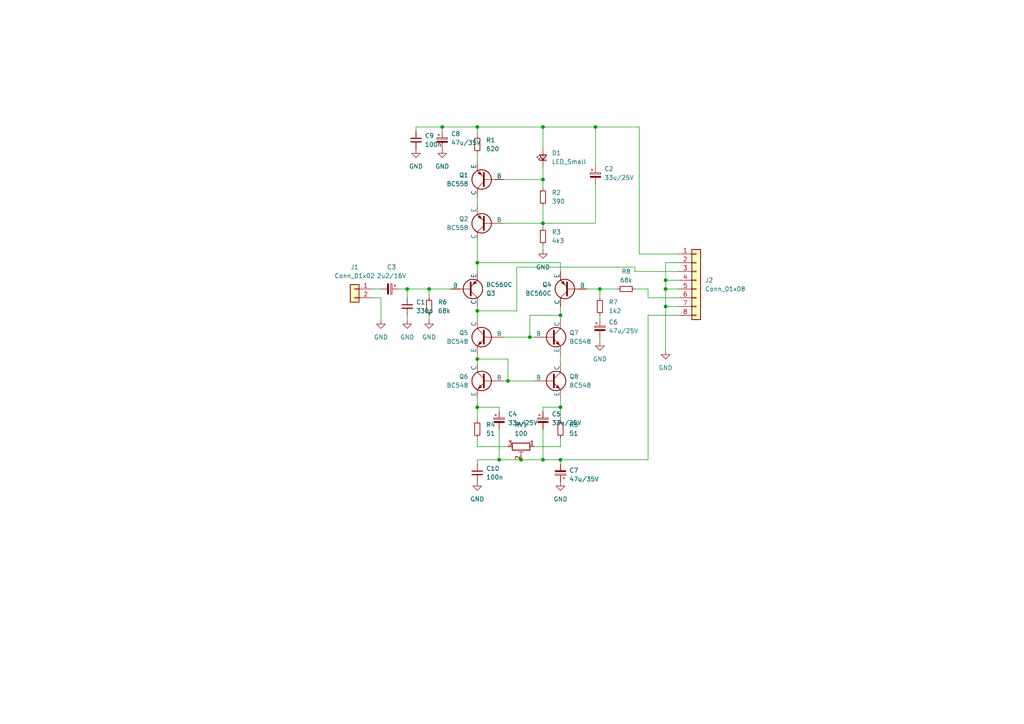
<source format=kicad_sch>
(kicad_sch (version 20230121) (generator eeschema)

  (uuid 6f31cc36-deaf-4ad7-836a-0db420f7cbcc)

  (paper "A4")

  (lib_symbols
    (symbol "Connector_Generic:Conn_01x02" (pin_names (offset 1.016) hide) (in_bom yes) (on_board yes)
      (property "Reference" "J" (at 0 2.54 0)
        (effects (font (size 1.27 1.27)))
      )
      (property "Value" "Conn_01x02" (at 0 -5.08 0)
        (effects (font (size 1.27 1.27)))
      )
      (property "Footprint" "" (at 0 0 0)
        (effects (font (size 1.27 1.27)) hide)
      )
      (property "Datasheet" "~" (at 0 0 0)
        (effects (font (size 1.27 1.27)) hide)
      )
      (property "ki_keywords" "connector" (at 0 0 0)
        (effects (font (size 1.27 1.27)) hide)
      )
      (property "ki_description" "Generic connector, single row, 01x02, script generated (kicad-library-utils/schlib/autogen/connector/)" (at 0 0 0)
        (effects (font (size 1.27 1.27)) hide)
      )
      (property "ki_fp_filters" "Connector*:*_1x??_*" (at 0 0 0)
        (effects (font (size 1.27 1.27)) hide)
      )
      (symbol "Conn_01x02_1_1"
        (rectangle (start -1.27 -2.413) (end 0 -2.667)
          (stroke (width 0.1524) (type default))
          (fill (type none))
        )
        (rectangle (start -1.27 0.127) (end 0 -0.127)
          (stroke (width 0.1524) (type default))
          (fill (type none))
        )
        (rectangle (start -1.27 1.27) (end 1.27 -3.81)
          (stroke (width 0.254) (type default))
          (fill (type background))
        )
        (pin passive line (at -5.08 0 0) (length 3.81)
          (name "Pin_1" (effects (font (size 1.27 1.27))))
          (number "1" (effects (font (size 1.27 1.27))))
        )
        (pin passive line (at -5.08 -2.54 0) (length 3.81)
          (name "Pin_2" (effects (font (size 1.27 1.27))))
          (number "2" (effects (font (size 1.27 1.27))))
        )
      )
    )
    (symbol "Connector_Generic:Conn_01x08" (pin_names (offset 1.016) hide) (in_bom yes) (on_board yes)
      (property "Reference" "J" (at 0 10.16 0)
        (effects (font (size 1.27 1.27)))
      )
      (property "Value" "Conn_01x08" (at 0 -12.7 0)
        (effects (font (size 1.27 1.27)))
      )
      (property "Footprint" "" (at 0 0 0)
        (effects (font (size 1.27 1.27)) hide)
      )
      (property "Datasheet" "~" (at 0 0 0)
        (effects (font (size 1.27 1.27)) hide)
      )
      (property "ki_keywords" "connector" (at 0 0 0)
        (effects (font (size 1.27 1.27)) hide)
      )
      (property "ki_description" "Generic connector, single row, 01x08, script generated (kicad-library-utils/schlib/autogen/connector/)" (at 0 0 0)
        (effects (font (size 1.27 1.27)) hide)
      )
      (property "ki_fp_filters" "Connector*:*_1x??_*" (at 0 0 0)
        (effects (font (size 1.27 1.27)) hide)
      )
      (symbol "Conn_01x08_1_1"
        (rectangle (start -1.27 -10.033) (end 0 -10.287)
          (stroke (width 0.1524) (type default))
          (fill (type none))
        )
        (rectangle (start -1.27 -7.493) (end 0 -7.747)
          (stroke (width 0.1524) (type default))
          (fill (type none))
        )
        (rectangle (start -1.27 -4.953) (end 0 -5.207)
          (stroke (width 0.1524) (type default))
          (fill (type none))
        )
        (rectangle (start -1.27 -2.413) (end 0 -2.667)
          (stroke (width 0.1524) (type default))
          (fill (type none))
        )
        (rectangle (start -1.27 0.127) (end 0 -0.127)
          (stroke (width 0.1524) (type default))
          (fill (type none))
        )
        (rectangle (start -1.27 2.667) (end 0 2.413)
          (stroke (width 0.1524) (type default))
          (fill (type none))
        )
        (rectangle (start -1.27 5.207) (end 0 4.953)
          (stroke (width 0.1524) (type default))
          (fill (type none))
        )
        (rectangle (start -1.27 7.747) (end 0 7.493)
          (stroke (width 0.1524) (type default))
          (fill (type none))
        )
        (rectangle (start -1.27 8.89) (end 1.27 -11.43)
          (stroke (width 0.254) (type default))
          (fill (type background))
        )
        (pin passive line (at -5.08 7.62 0) (length 3.81)
          (name "Pin_1" (effects (font (size 1.27 1.27))))
          (number "1" (effects (font (size 1.27 1.27))))
        )
        (pin passive line (at -5.08 5.08 0) (length 3.81)
          (name "Pin_2" (effects (font (size 1.27 1.27))))
          (number "2" (effects (font (size 1.27 1.27))))
        )
        (pin passive line (at -5.08 2.54 0) (length 3.81)
          (name "Pin_3" (effects (font (size 1.27 1.27))))
          (number "3" (effects (font (size 1.27 1.27))))
        )
        (pin passive line (at -5.08 0 0) (length 3.81)
          (name "Pin_4" (effects (font (size 1.27 1.27))))
          (number "4" (effects (font (size 1.27 1.27))))
        )
        (pin passive line (at -5.08 -2.54 0) (length 3.81)
          (name "Pin_5" (effects (font (size 1.27 1.27))))
          (number "5" (effects (font (size 1.27 1.27))))
        )
        (pin passive line (at -5.08 -5.08 0) (length 3.81)
          (name "Pin_6" (effects (font (size 1.27 1.27))))
          (number "6" (effects (font (size 1.27 1.27))))
        )
        (pin passive line (at -5.08 -7.62 0) (length 3.81)
          (name "Pin_7" (effects (font (size 1.27 1.27))))
          (number "7" (effects (font (size 1.27 1.27))))
        )
        (pin passive line (at -5.08 -10.16 0) (length 3.81)
          (name "Pin_8" (effects (font (size 1.27 1.27))))
          (number "8" (effects (font (size 1.27 1.27))))
        )
      )
    )
    (symbol "Device:C_Polarized_Small" (pin_numbers hide) (pin_names (offset 0.254) hide) (in_bom yes) (on_board yes)
      (property "Reference" "C" (at 0.254 1.778 0)
        (effects (font (size 1.27 1.27)) (justify left))
      )
      (property "Value" "C_Polarized_Small" (at 0.254 -2.032 0)
        (effects (font (size 1.27 1.27)) (justify left))
      )
      (property "Footprint" "" (at 0 0 0)
        (effects (font (size 1.27 1.27)) hide)
      )
      (property "Datasheet" "~" (at 0 0 0)
        (effects (font (size 1.27 1.27)) hide)
      )
      (property "ki_keywords" "cap capacitor" (at 0 0 0)
        (effects (font (size 1.27 1.27)) hide)
      )
      (property "ki_description" "Polarized capacitor, small symbol" (at 0 0 0)
        (effects (font (size 1.27 1.27)) hide)
      )
      (property "ki_fp_filters" "CP_*" (at 0 0 0)
        (effects (font (size 1.27 1.27)) hide)
      )
      (symbol "C_Polarized_Small_0_1"
        (rectangle (start -1.524 -0.3048) (end 1.524 -0.6858)
          (stroke (width 0) (type default))
          (fill (type outline))
        )
        (rectangle (start -1.524 0.6858) (end 1.524 0.3048)
          (stroke (width 0) (type default))
          (fill (type none))
        )
        (polyline
          (pts
            (xy -1.27 1.524)
            (xy -0.762 1.524)
          )
          (stroke (width 0) (type default))
          (fill (type none))
        )
        (polyline
          (pts
            (xy -1.016 1.27)
            (xy -1.016 1.778)
          )
          (stroke (width 0) (type default))
          (fill (type none))
        )
      )
      (symbol "C_Polarized_Small_1_1"
        (pin passive line (at 0 2.54 270) (length 1.8542)
          (name "~" (effects (font (size 1.27 1.27))))
          (number "1" (effects (font (size 1.27 1.27))))
        )
        (pin passive line (at 0 -2.54 90) (length 1.8542)
          (name "~" (effects (font (size 1.27 1.27))))
          (number "2" (effects (font (size 1.27 1.27))))
        )
      )
    )
    (symbol "Device:C_Small" (pin_numbers hide) (pin_names (offset 0.254) hide) (in_bom yes) (on_board yes)
      (property "Reference" "C" (at 0.254 1.778 0)
        (effects (font (size 1.27 1.27)) (justify left))
      )
      (property "Value" "C_Small" (at 0.254 -2.032 0)
        (effects (font (size 1.27 1.27)) (justify left))
      )
      (property "Footprint" "" (at 0 0 0)
        (effects (font (size 1.27 1.27)) hide)
      )
      (property "Datasheet" "~" (at 0 0 0)
        (effects (font (size 1.27 1.27)) hide)
      )
      (property "ki_keywords" "capacitor cap" (at 0 0 0)
        (effects (font (size 1.27 1.27)) hide)
      )
      (property "ki_description" "Unpolarized capacitor, small symbol" (at 0 0 0)
        (effects (font (size 1.27 1.27)) hide)
      )
      (property "ki_fp_filters" "C_*" (at 0 0 0)
        (effects (font (size 1.27 1.27)) hide)
      )
      (symbol "C_Small_0_1"
        (polyline
          (pts
            (xy -1.524 -0.508)
            (xy 1.524 -0.508)
          )
          (stroke (width 0.3302) (type default))
          (fill (type none))
        )
        (polyline
          (pts
            (xy -1.524 0.508)
            (xy 1.524 0.508)
          )
          (stroke (width 0.3048) (type default))
          (fill (type none))
        )
      )
      (symbol "C_Small_1_1"
        (pin passive line (at 0 2.54 270) (length 2.032)
          (name "~" (effects (font (size 1.27 1.27))))
          (number "1" (effects (font (size 1.27 1.27))))
        )
        (pin passive line (at 0 -2.54 90) (length 2.032)
          (name "~" (effects (font (size 1.27 1.27))))
          (number "2" (effects (font (size 1.27 1.27))))
        )
      )
    )
    (symbol "Device:LED_Small" (pin_numbers hide) (pin_names (offset 0.254) hide) (in_bom yes) (on_board yes)
      (property "Reference" "D" (at -1.27 3.175 0)
        (effects (font (size 1.27 1.27)) (justify left))
      )
      (property "Value" "LED_Small" (at -4.445 -2.54 0)
        (effects (font (size 1.27 1.27)) (justify left))
      )
      (property "Footprint" "" (at 0 0 90)
        (effects (font (size 1.27 1.27)) hide)
      )
      (property "Datasheet" "~" (at 0 0 90)
        (effects (font (size 1.27 1.27)) hide)
      )
      (property "ki_keywords" "LED diode light-emitting-diode" (at 0 0 0)
        (effects (font (size 1.27 1.27)) hide)
      )
      (property "ki_description" "Light emitting diode, small symbol" (at 0 0 0)
        (effects (font (size 1.27 1.27)) hide)
      )
      (property "ki_fp_filters" "LED* LED_SMD:* LED_THT:*" (at 0 0 0)
        (effects (font (size 1.27 1.27)) hide)
      )
      (symbol "LED_Small_0_1"
        (polyline
          (pts
            (xy -0.762 -1.016)
            (xy -0.762 1.016)
          )
          (stroke (width 0.254) (type default))
          (fill (type none))
        )
        (polyline
          (pts
            (xy 1.016 0)
            (xy -0.762 0)
          )
          (stroke (width 0) (type default))
          (fill (type none))
        )
        (polyline
          (pts
            (xy 0.762 -1.016)
            (xy -0.762 0)
            (xy 0.762 1.016)
            (xy 0.762 -1.016)
          )
          (stroke (width 0.254) (type default))
          (fill (type none))
        )
        (polyline
          (pts
            (xy 0 0.762)
            (xy -0.508 1.27)
            (xy -0.254 1.27)
            (xy -0.508 1.27)
            (xy -0.508 1.016)
          )
          (stroke (width 0) (type default))
          (fill (type none))
        )
        (polyline
          (pts
            (xy 0.508 1.27)
            (xy 0 1.778)
            (xy 0.254 1.778)
            (xy 0 1.778)
            (xy 0 1.524)
          )
          (stroke (width 0) (type default))
          (fill (type none))
        )
      )
      (symbol "LED_Small_1_1"
        (pin passive line (at -2.54 0 0) (length 1.778)
          (name "K" (effects (font (size 1.27 1.27))))
          (number "1" (effects (font (size 1.27 1.27))))
        )
        (pin passive line (at 2.54 0 180) (length 1.778)
          (name "A" (effects (font (size 1.27 1.27))))
          (number "2" (effects (font (size 1.27 1.27))))
        )
      )
    )
    (symbol "Device:R_Potentiometer_Trim" (pin_names (offset 1.016) hide) (in_bom yes) (on_board yes)
      (property "Reference" "RV" (at -4.445 0 90)
        (effects (font (size 1.27 1.27)))
      )
      (property "Value" "R_Potentiometer_Trim" (at -2.54 0 90)
        (effects (font (size 1.27 1.27)))
      )
      (property "Footprint" "" (at 0 0 0)
        (effects (font (size 1.27 1.27)) hide)
      )
      (property "Datasheet" "~" (at 0 0 0)
        (effects (font (size 1.27 1.27)) hide)
      )
      (property "ki_keywords" "resistor variable trimpot trimmer" (at 0 0 0)
        (effects (font (size 1.27 1.27)) hide)
      )
      (property "ki_description" "Trim-potentiometer" (at 0 0 0)
        (effects (font (size 1.27 1.27)) hide)
      )
      (property "ki_fp_filters" "Potentiometer*" (at 0 0 0)
        (effects (font (size 1.27 1.27)) hide)
      )
      (symbol "R_Potentiometer_Trim_0_1"
        (polyline
          (pts
            (xy 1.524 0.762)
            (xy 1.524 -0.762)
          )
          (stroke (width 0) (type default))
          (fill (type none))
        )
        (polyline
          (pts
            (xy 2.54 0)
            (xy 1.524 0)
          )
          (stroke (width 0) (type default))
          (fill (type none))
        )
        (rectangle (start 1.016 2.54) (end -1.016 -2.54)
          (stroke (width 0.254) (type default))
          (fill (type none))
        )
      )
      (symbol "R_Potentiometer_Trim_1_1"
        (pin passive line (at 0 3.81 270) (length 1.27)
          (name "1" (effects (font (size 1.27 1.27))))
          (number "1" (effects (font (size 1.27 1.27))))
        )
        (pin passive line (at 3.81 0 180) (length 1.27)
          (name "2" (effects (font (size 1.27 1.27))))
          (number "2" (effects (font (size 1.27 1.27))))
        )
        (pin passive line (at 0 -3.81 90) (length 1.27)
          (name "3" (effects (font (size 1.27 1.27))))
          (number "3" (effects (font (size 1.27 1.27))))
        )
      )
    )
    (symbol "Device:R_Small" (pin_numbers hide) (pin_names (offset 0.254) hide) (in_bom yes) (on_board yes)
      (property "Reference" "R" (at 0.762 0.508 0)
        (effects (font (size 1.27 1.27)) (justify left))
      )
      (property "Value" "R_Small" (at 0.762 -1.016 0)
        (effects (font (size 1.27 1.27)) (justify left))
      )
      (property "Footprint" "" (at 0 0 0)
        (effects (font (size 1.27 1.27)) hide)
      )
      (property "Datasheet" "~" (at 0 0 0)
        (effects (font (size 1.27 1.27)) hide)
      )
      (property "ki_keywords" "R resistor" (at 0 0 0)
        (effects (font (size 1.27 1.27)) hide)
      )
      (property "ki_description" "Resistor, small symbol" (at 0 0 0)
        (effects (font (size 1.27 1.27)) hide)
      )
      (property "ki_fp_filters" "R_*" (at 0 0 0)
        (effects (font (size 1.27 1.27)) hide)
      )
      (symbol "R_Small_0_1"
        (rectangle (start -0.762 1.778) (end 0.762 -1.778)
          (stroke (width 0.2032) (type default))
          (fill (type none))
        )
      )
      (symbol "R_Small_1_1"
        (pin passive line (at 0 2.54 270) (length 0.762)
          (name "~" (effects (font (size 1.27 1.27))))
          (number "1" (effects (font (size 1.27 1.27))))
        )
        (pin passive line (at 0 -2.54 90) (length 0.762)
          (name "~" (effects (font (size 1.27 1.27))))
          (number "2" (effects (font (size 1.27 1.27))))
        )
      )
    )
    (symbol "Simulation_SPICE:NPN" (pin_numbers hide) (pin_names (offset 0)) (in_bom yes) (on_board yes)
      (property "Reference" "Q" (at -2.54 7.62 0)
        (effects (font (size 1.27 1.27)))
      )
      (property "Value" "NPN" (at -2.54 5.08 0)
        (effects (font (size 1.27 1.27)))
      )
      (property "Footprint" "" (at 63.5 0 0)
        (effects (font (size 1.27 1.27)) hide)
      )
      (property "Datasheet" "~" (at 63.5 0 0)
        (effects (font (size 1.27 1.27)) hide)
      )
      (property "Sim.Device" "NPN" (at 0 0 0)
        (effects (font (size 1.27 1.27)) hide)
      )
      (property "Sim.Type" "GUMMELPOON" (at 0 0 0)
        (effects (font (size 1.27 1.27)) hide)
      )
      (property "Sim.Pins" "1=C 2=B 3=E" (at 0 0 0)
        (effects (font (size 1.27 1.27)) hide)
      )
      (property "ki_keywords" "simulation" (at 0 0 0)
        (effects (font (size 1.27 1.27)) hide)
      )
      (property "ki_description" "Bipolar transistor symbol for simulation only, substrate tied to the emitter" (at 0 0 0)
        (effects (font (size 1.27 1.27)) hide)
      )
      (symbol "NPN_0_1"
        (polyline
          (pts
            (xy -2.54 0)
            (xy 0.635 0)
          )
          (stroke (width 0.1524) (type default))
          (fill (type none))
        )
        (polyline
          (pts
            (xy 0.635 0.635)
            (xy 2.54 2.54)
          )
          (stroke (width 0) (type default))
          (fill (type none))
        )
        (polyline
          (pts
            (xy 2.794 -1.27)
            (xy 2.794 -1.27)
          )
          (stroke (width 0.1524) (type default))
          (fill (type none))
        )
        (polyline
          (pts
            (xy 2.794 -1.27)
            (xy 2.794 -1.27)
          )
          (stroke (width 0.1524) (type default))
          (fill (type none))
        )
        (polyline
          (pts
            (xy 0.635 -0.635)
            (xy 2.54 -2.54)
            (xy 2.54 -2.54)
          )
          (stroke (width 0) (type default))
          (fill (type none))
        )
        (polyline
          (pts
            (xy 0.635 1.905)
            (xy 0.635 -1.905)
            (xy 0.635 -1.905)
          )
          (stroke (width 0.508) (type default))
          (fill (type none))
        )
        (polyline
          (pts
            (xy 1.27 -1.778)
            (xy 1.778 -1.27)
            (xy 2.286 -2.286)
            (xy 1.27 -1.778)
            (xy 1.27 -1.778)
          )
          (stroke (width 0) (type default))
          (fill (type outline))
        )
        (circle (center 1.27 0) (radius 2.8194)
          (stroke (width 0.254) (type default))
          (fill (type none))
        )
      )
      (symbol "NPN_1_1"
        (pin open_collector line (at 2.54 5.08 270) (length 2.54)
          (name "C" (effects (font (size 1.27 1.27))))
          (number "1" (effects (font (size 1.27 1.27))))
        )
        (pin input line (at -5.08 0 0) (length 2.54)
          (name "B" (effects (font (size 1.27 1.27))))
          (number "2" (effects (font (size 1.27 1.27))))
        )
        (pin open_emitter line (at 2.54 -5.08 90) (length 2.54)
          (name "E" (effects (font (size 1.27 1.27))))
          (number "3" (effects (font (size 1.27 1.27))))
        )
      )
    )
    (symbol "Simulation_SPICE:PNP" (pin_numbers hide) (pin_names (offset 0)) (in_bom yes) (on_board yes)
      (property "Reference" "Q" (at -2.54 7.62 0)
        (effects (font (size 1.27 1.27)))
      )
      (property "Value" "PNP" (at -2.54 5.08 0)
        (effects (font (size 1.27 1.27)))
      )
      (property "Footprint" "" (at 35.56 0 0)
        (effects (font (size 1.27 1.27)) hide)
      )
      (property "Datasheet" "~" (at 35.56 0 0)
        (effects (font (size 1.27 1.27)) hide)
      )
      (property "Sim.Device" "PNP" (at 0 0 0)
        (effects (font (size 1.27 1.27)) hide)
      )
      (property "Sim.Type" "GUMMELPOON" (at 0 0 0)
        (effects (font (size 1.27 1.27)) hide)
      )
      (property "Sim.Pins" "1=C 2=B 3=E" (at 0 0 0)
        (effects (font (size 1.27 1.27)) hide)
      )
      (property "ki_keywords" "simulation" (at 0 0 0)
        (effects (font (size 1.27 1.27)) hide)
      )
      (property "ki_description" "Bipolar transistor symbol for simulation only, substrate tied to the emitter" (at 0 0 0)
        (effects (font (size 1.27 1.27)) hide)
      )
      (symbol "PNP_0_1"
        (polyline
          (pts
            (xy -2.54 0)
            (xy 0.635 0)
          )
          (stroke (width 0.1524) (type default))
          (fill (type none))
        )
        (polyline
          (pts
            (xy 0.635 0.635)
            (xy 2.54 2.54)
          )
          (stroke (width 0) (type default))
          (fill (type none))
        )
        (polyline
          (pts
            (xy 0.635 -0.635)
            (xy 2.54 -2.54)
            (xy 2.54 -2.54)
          )
          (stroke (width 0) (type default))
          (fill (type none))
        )
        (polyline
          (pts
            (xy 0.635 1.905)
            (xy 0.635 -1.905)
            (xy 0.635 -1.905)
          )
          (stroke (width 0.508) (type default))
          (fill (type none))
        )
        (polyline
          (pts
            (xy 2.286 -1.778)
            (xy 1.778 -2.286)
            (xy 1.27 -1.27)
            (xy 2.286 -1.778)
            (xy 2.286 -1.778)
          )
          (stroke (width 0) (type default))
          (fill (type outline))
        )
        (circle (center 1.27 0) (radius 2.8194)
          (stroke (width 0.254) (type default))
          (fill (type none))
        )
      )
      (symbol "PNP_1_1"
        (pin open_collector line (at 2.54 5.08 270) (length 2.54)
          (name "C" (effects (font (size 1.27 1.27))))
          (number "1" (effects (font (size 1.27 1.27))))
        )
        (pin input line (at -5.08 0 0) (length 2.54)
          (name "B" (effects (font (size 1.27 1.27))))
          (number "2" (effects (font (size 1.27 1.27))))
        )
        (pin open_emitter line (at 2.54 -5.08 90) (length 2.54)
          (name "E" (effects (font (size 1.27 1.27))))
          (number "3" (effects (font (size 1.27 1.27))))
        )
      )
    )
    (symbol "power:GND" (power) (pin_names (offset 0)) (in_bom yes) (on_board yes)
      (property "Reference" "#PWR" (at 0 -6.35 0)
        (effects (font (size 1.27 1.27)) hide)
      )
      (property "Value" "GND" (at 0 -3.81 0)
        (effects (font (size 1.27 1.27)))
      )
      (property "Footprint" "" (at 0 0 0)
        (effects (font (size 1.27 1.27)) hide)
      )
      (property "Datasheet" "" (at 0 0 0)
        (effects (font (size 1.27 1.27)) hide)
      )
      (property "ki_keywords" "global power" (at 0 0 0)
        (effects (font (size 1.27 1.27)) hide)
      )
      (property "ki_description" "Power symbol creates a global label with name \"GND\" , ground" (at 0 0 0)
        (effects (font (size 1.27 1.27)) hide)
      )
      (symbol "GND_0_1"
        (polyline
          (pts
            (xy 0 0)
            (xy 0 -1.27)
            (xy 1.27 -1.27)
            (xy 0 -2.54)
            (xy -1.27 -1.27)
            (xy 0 -1.27)
          )
          (stroke (width 0) (type default))
          (fill (type none))
        )
      )
      (symbol "GND_1_1"
        (pin power_in line (at 0 0 270) (length 0) hide
          (name "GND" (effects (font (size 1.27 1.27))))
          (number "1" (effects (font (size 1.27 1.27))))
        )
      )
    )
  )

  (junction (at 157.48 36.83) (diameter 0) (color 0 0 0 0)
    (uuid 035e0583-8d49-463c-8906-cf7542a91e03)
  )
  (junction (at 153.67 97.79) (diameter 0) (color 0 0 0 0)
    (uuid 10ba1617-042e-4705-a0ae-d4fdfffc5f2c)
  )
  (junction (at 144.78 133.35) (diameter 0) (color 0 0 0 0)
    (uuid 176c807f-2db9-4c39-9e74-5324a570b664)
  )
  (junction (at 147.32 110.49) (diameter 0) (color 0 0 0 0)
    (uuid 1efa9225-44ef-4e46-9bb5-6f04baf2b1c4)
  )
  (junction (at 193.04 81.28) (diameter 0) (color 0 0 0 0)
    (uuid 25bf7b73-2449-4e6d-b0e8-aad47a0c9153)
  )
  (junction (at 124.46 83.82) (diameter 0) (color 0 0 0 0)
    (uuid 3adaf331-6a38-41ae-a6d3-d54cf726e8c6)
  )
  (junction (at 151.13 133.35) (diameter 0) (color 0 0 0 0)
    (uuid 42fc2bbd-84f4-4617-8424-23ef84c88a72)
  )
  (junction (at 157.48 64.77) (diameter 0) (color 0 0 0 0)
    (uuid 4d4f5cd1-4e4a-4558-b81e-d889df738ee8)
  )
  (junction (at 193.04 83.82) (diameter 0) (color 0 0 0 0)
    (uuid 5920e284-233a-4cbc-8b9a-5a4da2b83745)
  )
  (junction (at 193.04 88.9) (diameter 0) (color 0 0 0 0)
    (uuid 62a104cc-4bf9-444d-b0be-3647a0ede373)
  )
  (junction (at 138.43 76.2) (diameter 0) (color 0 0 0 0)
    (uuid 694dfc4e-b42f-4e19-8949-c6febff7ac34)
  )
  (junction (at 128.27 36.83) (diameter 0) (color 0 0 0 0)
    (uuid 830d9109-6490-4651-9f8e-ade372cdaca2)
  )
  (junction (at 172.72 36.83) (diameter 0) (color 0 0 0 0)
    (uuid 835bb670-dccf-4967-a83d-0c30eabe1599)
  )
  (junction (at 138.43 90.17) (diameter 0) (color 0 0 0 0)
    (uuid 8d5356e7-1007-4695-b91c-334e245f5180)
  )
  (junction (at 138.43 104.14) (diameter 0) (color 0 0 0 0)
    (uuid 94a7ecd2-5139-46f9-acfc-dda1cbdef415)
  )
  (junction (at 162.56 91.44) (diameter 0) (color 0 0 0 0)
    (uuid bb298877-c5a9-4260-b116-3d7c2c686f74)
  )
  (junction (at 162.56 118.11) (diameter 0) (color 0 0 0 0)
    (uuid c07b57f3-ab32-46da-b0d1-203ddaaf93c4)
  )
  (junction (at 157.48 52.07) (diameter 0) (color 0 0 0 0)
    (uuid c0eb3354-f9c4-4c24-bd66-e7ae3be6f177)
  )
  (junction (at 138.43 36.83) (diameter 0) (color 0 0 0 0)
    (uuid cf16daed-5bf2-497d-bb38-5f88b5c79f70)
  )
  (junction (at 138.43 118.11) (diameter 0) (color 0 0 0 0)
    (uuid d1b7291c-671e-46b1-971b-0e3aa33d52a7)
  )
  (junction (at 173.99 83.82) (diameter 0) (color 0 0 0 0)
    (uuid dd30597a-8a74-498c-b679-0cf6687bf3de)
  )
  (junction (at 157.48 133.35) (diameter 0) (color 0 0 0 0)
    (uuid df8232d0-c430-49af-a8d3-1d48d34a3167)
  )
  (junction (at 162.56 133.35) (diameter 0) (color 0 0 0 0)
    (uuid fa4e2f33-0ce4-490e-834d-973f0199d755)
  )
  (junction (at 118.11 83.82) (diameter 0) (color 0 0 0 0)
    (uuid fe1e7117-fae2-479d-913b-17d8692ac1f3)
  )

  (wire (pts (xy 120.65 36.83) (xy 120.65 38.1))
    (stroke (width 0) (type default))
    (uuid 019f3f08-8dd7-4629-9718-a20216be57ca)
  )
  (wire (pts (xy 138.43 57.15) (xy 138.43 59.69))
    (stroke (width 0) (type default))
    (uuid 055c60d1-1942-4e4e-b622-f2c8e159af4b)
  )
  (wire (pts (xy 173.99 97.79) (xy 173.99 99.06))
    (stroke (width 0) (type default))
    (uuid 079ffdcd-c60b-46a2-acd0-94a582d19071)
  )
  (wire (pts (xy 162.56 118.11) (xy 162.56 121.92))
    (stroke (width 0) (type default))
    (uuid 08e13997-0687-4fa4-906d-cb1ca876c50a)
  )
  (wire (pts (xy 107.95 86.36) (xy 110.49 86.36))
    (stroke (width 0) (type default))
    (uuid 09cf0f0f-fbf7-474f-bf8e-f4234e3390b5)
  )
  (wire (pts (xy 128.27 38.1) (xy 128.27 36.83))
    (stroke (width 0) (type default))
    (uuid 0eb7b2c7-cbdb-4b1f-a6e2-be7546062b06)
  )
  (wire (pts (xy 185.42 73.66) (xy 185.42 36.83))
    (stroke (width 0) (type default))
    (uuid 1034e75a-8dd0-4bbc-bb8b-683a3cc1e9f8)
  )
  (wire (pts (xy 144.78 124.46) (xy 144.78 133.35))
    (stroke (width 0) (type default))
    (uuid 10649517-86dc-419c-a823-b56aeaa64873)
  )
  (wire (pts (xy 138.43 104.14) (xy 138.43 105.41))
    (stroke (width 0) (type default))
    (uuid 120e8609-72cd-446a-b708-5230fbcb2dee)
  )
  (wire (pts (xy 193.04 81.28) (xy 196.85 81.28))
    (stroke (width 0) (type default))
    (uuid 1d22b485-05c5-4303-a8d3-009bdd1d8566)
  )
  (wire (pts (xy 144.78 119.38) (xy 144.78 118.11))
    (stroke (width 0) (type default))
    (uuid 22fb1c83-adf6-43bd-9faa-49eed538c0bd)
  )
  (wire (pts (xy 157.48 59.69) (xy 157.48 64.77))
    (stroke (width 0) (type default))
    (uuid 24c4a3fb-0906-4970-80c6-8c98be5c1783)
  )
  (wire (pts (xy 154.94 129.54) (xy 162.56 129.54))
    (stroke (width 0) (type default))
    (uuid 290108e8-fa9a-4aba-b4d7-cd6b14e03a5d)
  )
  (wire (pts (xy 149.86 77.47) (xy 184.15 77.47))
    (stroke (width 0) (type default))
    (uuid 2cf1b0ab-148c-483d-a53d-705e7c45604e)
  )
  (wire (pts (xy 110.49 92.71) (xy 110.49 86.36))
    (stroke (width 0) (type default))
    (uuid 2dec40a2-beef-4790-bafa-0a9459f2902a)
  )
  (wire (pts (xy 196.85 76.2) (xy 193.04 76.2))
    (stroke (width 0) (type default))
    (uuid 318d4dea-d409-4b4d-9698-b38e0716ad5f)
  )
  (wire (pts (xy 124.46 83.82) (xy 130.81 83.82))
    (stroke (width 0) (type default))
    (uuid 329b4884-b5ee-4530-8bb8-9e99ac2c7533)
  )
  (wire (pts (xy 193.04 83.82) (xy 193.04 88.9))
    (stroke (width 0) (type default))
    (uuid 34ea1c23-0734-490f-aa8f-c46c75de9d94)
  )
  (wire (pts (xy 138.43 36.83) (xy 157.48 36.83))
    (stroke (width 0) (type default))
    (uuid 35d0b748-5153-49af-bfdb-f51ad7229613)
  )
  (wire (pts (xy 162.56 133.35) (xy 162.56 134.62))
    (stroke (width 0) (type default))
    (uuid 38205f8e-e291-46bd-afa9-f935313b3f64)
  )
  (wire (pts (xy 157.48 71.12) (xy 157.48 72.39))
    (stroke (width 0) (type default))
    (uuid 3adfe751-07c8-4276-90dc-01871a7b7e9d)
  )
  (wire (pts (xy 147.32 110.49) (xy 154.94 110.49))
    (stroke (width 0) (type default))
    (uuid 3f2d0aef-cee9-4964-b669-a7d5b664dc39)
  )
  (wire (pts (xy 138.43 129.54) (xy 147.32 129.54))
    (stroke (width 0) (type default))
    (uuid 3fce77e2-606b-4e88-9cb2-1ef430340358)
  )
  (wire (pts (xy 118.11 83.82) (xy 124.46 83.82))
    (stroke (width 0) (type default))
    (uuid 44a5103e-0868-4263-8a0c-92c3bc946768)
  )
  (wire (pts (xy 193.04 88.9) (xy 193.04 101.6))
    (stroke (width 0) (type default))
    (uuid 45267256-35cb-4722-a55f-ffa9168f7e7b)
  )
  (wire (pts (xy 170.18 83.82) (xy 173.99 83.82))
    (stroke (width 0) (type default))
    (uuid 464b266f-0f8b-4908-9b0d-f89578ca08f7)
  )
  (wire (pts (xy 193.04 76.2) (xy 193.04 81.28))
    (stroke (width 0) (type default))
    (uuid 466481b0-ccbf-4739-9311-b857d3c3f21f)
  )
  (wire (pts (xy 124.46 91.44) (xy 124.46 92.71))
    (stroke (width 0) (type default))
    (uuid 47bc0733-6418-4882-94e6-734ae181439d)
  )
  (wire (pts (xy 172.72 48.26) (xy 172.72 36.83))
    (stroke (width 0) (type default))
    (uuid 4c3801df-60da-42cd-b3b7-ce65a12b6fff)
  )
  (wire (pts (xy 187.96 86.36) (xy 196.85 86.36))
    (stroke (width 0) (type default))
    (uuid 4cfb8432-2072-42f7-a577-528a292f41cc)
  )
  (wire (pts (xy 146.05 97.79) (xy 153.67 97.79))
    (stroke (width 0) (type default))
    (uuid 4d84b258-e594-46b3-92b5-9fafefba9aed)
  )
  (wire (pts (xy 146.05 52.07) (xy 157.48 52.07))
    (stroke (width 0) (type default))
    (uuid 4f7e29be-40c4-46a0-9626-90a394667acb)
  )
  (wire (pts (xy 184.15 78.74) (xy 196.85 78.74))
    (stroke (width 0) (type default))
    (uuid 584e6e47-91c0-4e0f-b544-1aad1311aa88)
  )
  (wire (pts (xy 157.48 118.11) (xy 162.56 118.11))
    (stroke (width 0) (type default))
    (uuid 5b501d67-5996-451b-b16c-cac914148dbe)
  )
  (wire (pts (xy 184.15 77.47) (xy 184.15 78.74))
    (stroke (width 0) (type default))
    (uuid 5de733fc-ff08-4bc3-99f4-698e962a4cea)
  )
  (wire (pts (xy 138.43 118.11) (xy 138.43 121.92))
    (stroke (width 0) (type default))
    (uuid 604c73e9-04f5-4b2b-9a2e-1028624e5836)
  )
  (wire (pts (xy 162.56 91.44) (xy 162.56 92.71))
    (stroke (width 0) (type default))
    (uuid 604f2ee0-4ce9-473d-a758-2a0a8900cd6a)
  )
  (wire (pts (xy 118.11 83.82) (xy 118.11 86.36))
    (stroke (width 0) (type default))
    (uuid 60fee66d-3cc2-4fc8-826d-c46b950dbd3e)
  )
  (wire (pts (xy 118.11 91.44) (xy 118.11 92.71))
    (stroke (width 0) (type default))
    (uuid 619fa879-325b-4767-8ce5-427245cebdef)
  )
  (wire (pts (xy 173.99 83.82) (xy 173.99 86.36))
    (stroke (width 0) (type default))
    (uuid 66569f9e-3237-4fb0-ad47-684f660ac9dc)
  )
  (wire (pts (xy 162.56 78.74) (xy 162.56 76.2))
    (stroke (width 0) (type default))
    (uuid 6f6e64a3-f392-4803-b925-335dcacf93fb)
  )
  (wire (pts (xy 138.43 133.35) (xy 138.43 134.62))
    (stroke (width 0) (type default))
    (uuid 758ccca5-4877-453e-a9a9-190becc4cbc0)
  )
  (wire (pts (xy 193.04 81.28) (xy 193.04 83.82))
    (stroke (width 0) (type default))
    (uuid 7897100c-09e7-40d3-8e7c-abf14746c4ab)
  )
  (wire (pts (xy 146.05 64.77) (xy 157.48 64.77))
    (stroke (width 0) (type default))
    (uuid 7fb7b6f1-d3d9-4b46-b308-f0634cf06f45)
  )
  (wire (pts (xy 138.43 127) (xy 138.43 129.54))
    (stroke (width 0) (type default))
    (uuid 80e374b3-f363-40fd-b542-b3f435b3b5c7)
  )
  (wire (pts (xy 138.43 104.14) (xy 147.32 104.14))
    (stroke (width 0) (type default))
    (uuid 875eabce-9c60-4c90-b9b3-f14561b665d6)
  )
  (wire (pts (xy 196.85 73.66) (xy 185.42 73.66))
    (stroke (width 0) (type default))
    (uuid 8788f831-37f4-4fa4-a4a1-0cb0b382a097)
  )
  (wire (pts (xy 138.43 118.11) (xy 144.78 118.11))
    (stroke (width 0) (type default))
    (uuid 8cbea22a-91dc-4a5c-9833-0f806b02d4d9)
  )
  (wire (pts (xy 146.05 110.49) (xy 147.32 110.49))
    (stroke (width 0) (type default))
    (uuid 8e415943-5bae-460a-8346-9ac984a663da)
  )
  (wire (pts (xy 187.96 83.82) (xy 187.96 86.36))
    (stroke (width 0) (type default))
    (uuid 902a44c1-02b2-4a49-9ad9-260b4f6a5b8a)
  )
  (wire (pts (xy 115.57 83.82) (xy 118.11 83.82))
    (stroke (width 0) (type default))
    (uuid 9aa188d0-67d4-47ea-8f77-0aaba0d9a8cd)
  )
  (wire (pts (xy 162.56 102.87) (xy 162.56 105.41))
    (stroke (width 0) (type default))
    (uuid 9ded06dc-7667-473b-94f4-389350e7738b)
  )
  (wire (pts (xy 157.48 52.07) (xy 157.48 54.61))
    (stroke (width 0) (type default))
    (uuid 9f20bdb9-4952-4300-9171-cb770511d77f)
  )
  (wire (pts (xy 157.48 36.83) (xy 172.72 36.83))
    (stroke (width 0) (type default))
    (uuid a2ba1737-0add-4348-bfca-89f642ae5476)
  )
  (wire (pts (xy 162.56 118.11) (xy 162.56 115.57))
    (stroke (width 0) (type default))
    (uuid a4bb3100-5565-47cf-84fd-9c1919dec7b7)
  )
  (wire (pts (xy 157.48 43.18) (xy 157.48 36.83))
    (stroke (width 0) (type default))
    (uuid a594b6a4-4dec-4585-b28e-b1ab297c79ea)
  )
  (wire (pts (xy 173.99 83.82) (xy 179.07 83.82))
    (stroke (width 0) (type default))
    (uuid b1df555a-8242-4940-a3f4-b0df1ddf2076)
  )
  (wire (pts (xy 157.48 133.35) (xy 162.56 133.35))
    (stroke (width 0) (type default))
    (uuid b3696376-81e9-4cb6-a12c-b153ef642f3a)
  )
  (wire (pts (xy 128.27 36.83) (xy 138.43 36.83))
    (stroke (width 0) (type default))
    (uuid b36f2111-6169-44f9-a182-4701f51d3b74)
  )
  (wire (pts (xy 151.13 133.35) (xy 157.48 133.35))
    (stroke (width 0) (type default))
    (uuid b68e5270-f864-49e9-b702-ffc7b5f23abd)
  )
  (wire (pts (xy 157.48 48.26) (xy 157.48 52.07))
    (stroke (width 0) (type default))
    (uuid b86991f0-1de7-4f78-b6dc-fd12705f173c)
  )
  (wire (pts (xy 162.56 133.35) (xy 187.96 133.35))
    (stroke (width 0) (type default))
    (uuid b9613302-8a6c-4ffd-83c3-1a7517dbbc60)
  )
  (wire (pts (xy 157.48 119.38) (xy 157.48 118.11))
    (stroke (width 0) (type default))
    (uuid ba447d1d-23d8-4ef9-a041-82e079cc68e7)
  )
  (wire (pts (xy 138.43 44.45) (xy 138.43 46.99))
    (stroke (width 0) (type default))
    (uuid bac7f303-78cf-42a4-9d1b-62717daee0e2)
  )
  (wire (pts (xy 138.43 102.87) (xy 138.43 104.14))
    (stroke (width 0) (type default))
    (uuid bb226c57-0d78-4cac-b2af-90e925ac6d4d)
  )
  (wire (pts (xy 153.67 91.44) (xy 153.67 97.79))
    (stroke (width 0) (type default))
    (uuid bc611a0d-2280-4bfe-9353-d5a6f0eb80ab)
  )
  (wire (pts (xy 138.43 69.85) (xy 138.43 76.2))
    (stroke (width 0) (type default))
    (uuid bd088b46-250c-41f3-ae20-435dba1c4249)
  )
  (wire (pts (xy 107.95 83.82) (xy 110.49 83.82))
    (stroke (width 0) (type default))
    (uuid be2afb69-f62e-4412-a067-e57986d3a360)
  )
  (wire (pts (xy 193.04 88.9) (xy 196.85 88.9))
    (stroke (width 0) (type default))
    (uuid c41bebb2-5173-4137-a6ef-c8c0de4faecb)
  )
  (wire (pts (xy 138.43 90.17) (xy 149.86 90.17))
    (stroke (width 0) (type default))
    (uuid c813e0cc-23bf-4104-b00b-76ed13c70067)
  )
  (wire (pts (xy 138.43 76.2) (xy 162.56 76.2))
    (stroke (width 0) (type default))
    (uuid c9378cea-29c5-49fc-9b6b-3288b861f1ea)
  )
  (wire (pts (xy 157.48 124.46) (xy 157.48 133.35))
    (stroke (width 0) (type default))
    (uuid c9cf4f2b-8eb8-47ce-8e24-a86fe3194069)
  )
  (wire (pts (xy 138.43 76.2) (xy 138.43 78.74))
    (stroke (width 0) (type default))
    (uuid cb879a57-8c68-40f2-82a7-b1350ea3d524)
  )
  (wire (pts (xy 157.48 64.77) (xy 172.72 64.77))
    (stroke (width 0) (type default))
    (uuid cbc3f4fa-1d62-4863-a71e-209c653d7dc8)
  )
  (wire (pts (xy 153.67 97.79) (xy 154.94 97.79))
    (stroke (width 0) (type default))
    (uuid ceecfab1-020f-4436-913e-61473dee3987)
  )
  (wire (pts (xy 173.99 91.44) (xy 173.99 92.71))
    (stroke (width 0) (type default))
    (uuid cf2668a4-7ff7-43c5-8acd-5328b6ac64e0)
  )
  (wire (pts (xy 120.65 36.83) (xy 128.27 36.83))
    (stroke (width 0) (type default))
    (uuid d4df8ada-b766-4496-86dc-0fc5945534b6)
  )
  (wire (pts (xy 162.56 88.9) (xy 162.56 91.44))
    (stroke (width 0) (type default))
    (uuid d5b47fb6-d3d7-476f-94c8-9e75aa276cdb)
  )
  (wire (pts (xy 196.85 91.44) (xy 187.96 91.44))
    (stroke (width 0) (type default))
    (uuid de2b8627-c883-4794-abcb-5c45ae4d283e)
  )
  (wire (pts (xy 187.96 91.44) (xy 187.96 133.35))
    (stroke (width 0) (type default))
    (uuid e1037522-948e-4284-8b77-9c192be3826f)
  )
  (wire (pts (xy 184.15 83.82) (xy 187.96 83.82))
    (stroke (width 0) (type default))
    (uuid e276becb-9c25-42a2-9b41-7ed5d260ac26)
  )
  (wire (pts (xy 149.86 77.47) (xy 149.86 90.17))
    (stroke (width 0) (type default))
    (uuid e40557fd-da43-40d2-9976-198eb5a6bcb0)
  )
  (wire (pts (xy 147.32 104.14) (xy 147.32 110.49))
    (stroke (width 0) (type default))
    (uuid e68001d3-5706-43f4-b2d5-31b574dde6ed)
  )
  (wire (pts (xy 162.56 91.44) (xy 153.67 91.44))
    (stroke (width 0) (type default))
    (uuid e923fa6d-206d-4572-82ff-370a5ea51f45)
  )
  (wire (pts (xy 138.43 88.9) (xy 138.43 90.17))
    (stroke (width 0) (type default))
    (uuid eae30f0d-1749-429a-9eaf-85dfa2a71953)
  )
  (wire (pts (xy 193.04 83.82) (xy 196.85 83.82))
    (stroke (width 0) (type default))
    (uuid ecadb6a8-1b27-47d5-9c3e-6b08107fd7e9)
  )
  (wire (pts (xy 144.78 133.35) (xy 151.13 133.35))
    (stroke (width 0) (type default))
    (uuid f07e5315-0210-4aba-ac84-61233ff0abd8)
  )
  (wire (pts (xy 162.56 127) (xy 162.56 129.54))
    (stroke (width 0) (type default))
    (uuid f0d29be4-26af-4173-bd0e-0729ea66a135)
  )
  (wire (pts (xy 185.42 36.83) (xy 172.72 36.83))
    (stroke (width 0) (type default))
    (uuid f0ddb353-8be4-43a3-88a4-85fc2076fc51)
  )
  (wire (pts (xy 138.43 39.37) (xy 138.43 36.83))
    (stroke (width 0) (type default))
    (uuid f3cd953b-d390-4ef3-8c9a-28f5f136ed6b)
  )
  (wire (pts (xy 138.43 133.35) (xy 144.78 133.35))
    (stroke (width 0) (type default))
    (uuid f7c5784e-ae23-40ba-8bab-eca9673848b0)
  )
  (wire (pts (xy 172.72 53.34) (xy 172.72 64.77))
    (stroke (width 0) (type default))
    (uuid fa112acc-e726-4974-988f-145854113a03)
  )
  (wire (pts (xy 157.48 64.77) (xy 157.48 66.04))
    (stroke (width 0) (type default))
    (uuid fa70ab47-1401-4459-93b4-54a5e595444f)
  )
  (wire (pts (xy 124.46 83.82) (xy 124.46 86.36))
    (stroke (width 0) (type default))
    (uuid fd105a17-18f3-45b8-91ba-fd7bad988b04)
  )
  (wire (pts (xy 138.43 115.57) (xy 138.43 118.11))
    (stroke (width 0) (type default))
    (uuid fdc3fd70-c58a-4c15-9827-a811f76f846b)
  )
  (wire (pts (xy 138.43 90.17) (xy 138.43 92.71))
    (stroke (width 0) (type default))
    (uuid ffb019c4-fda6-4d2c-a86a-fa3e5c0a4fa7)
  )

  (symbol (lib_id "Device:C_Small") (at 120.65 40.64 0) (unit 1)
    (in_bom yes) (on_board yes) (dnp no) (fields_autoplaced)
    (uuid 03f126a8-237d-445f-a285-df92f58e264d)
    (property "Reference" "C9" (at 123.19 39.3763 0)
      (effects (font (size 1.27 1.27)) (justify left))
    )
    (property "Value" "100n" (at 123.19 41.9163 0)
      (effects (font (size 1.27 1.27)) (justify left))
    )
    (property "Footprint" "Capacitor_SMD:C_0805_2012Metric_Pad1.18x1.45mm_HandSolder" (at 120.65 40.64 0)
      (effects (font (size 1.27 1.27)) hide)
    )
    (property "Datasheet" "~" (at 120.65 40.64 0)
      (effects (font (size 1.27 1.27)) hide)
    )
    (pin "1" (uuid 0b14ed9b-10d4-4566-8bdf-258106618f25))
    (pin "2" (uuid 08f1159e-2b39-4ae2-b390-37649afcb0ac))
    (instances
      (project "Wzmacniacz różnicowy do PW3015 ver.2"
        (path "/6f31cc36-deaf-4ad7-836a-0db420f7cbcc"
          (reference "C9") (unit 1)
        )
      )
    )
  )

  (symbol (lib_id "power:GND") (at 120.65 43.18 0) (unit 1)
    (in_bom yes) (on_board yes) (dnp no) (fields_autoplaced)
    (uuid 10352871-be4f-46e8-b8c7-c4024238df34)
    (property "Reference" "#PWR02" (at 120.65 49.53 0)
      (effects (font (size 1.27 1.27)) hide)
    )
    (property "Value" "GND" (at 120.65 48.26 0)
      (effects (font (size 1.27 1.27)))
    )
    (property "Footprint" "" (at 120.65 43.18 0)
      (effects (font (size 1.27 1.27)) hide)
    )
    (property "Datasheet" "" (at 120.65 43.18 0)
      (effects (font (size 1.27 1.27)) hide)
    )
    (pin "1" (uuid b2fc8f01-fd14-4523-897f-cf50dbeb6bde))
    (instances
      (project "Wzmacniacz różnicowy do PW3015 ver.2"
        (path "/6f31cc36-deaf-4ad7-836a-0db420f7cbcc"
          (reference "#PWR02") (unit 1)
        )
      )
    )
  )

  (symbol (lib_id "Device:C_Polarized_Small") (at 172.72 50.8 0) (unit 1)
    (in_bom yes) (on_board yes) (dnp no) (fields_autoplaced)
    (uuid 12b0130f-62ea-478b-be8c-07319a16b671)
    (property "Reference" "C2" (at 175.26 48.9839 0)
      (effects (font (size 1.27 1.27)) (justify left))
    )
    (property "Value" "33u/25V" (at 175.26 51.5239 0)
      (effects (font (size 1.27 1.27)) (justify left))
    )
    (property "Footprint" "Capacitor_THT:CP_Radial_Tantal_D5.5mm_P5.00mm" (at 172.72 50.8 0)
      (effects (font (size 1.27 1.27)) hide)
    )
    (property "Datasheet" "~" (at 172.72 50.8 0)
      (effects (font (size 1.27 1.27)) hide)
    )
    (pin "1" (uuid ec636e35-835b-42d5-8a8b-147d1069f8c4))
    (pin "2" (uuid 3536a36e-aaeb-441a-b6d7-e4927a1ca763))
    (instances
      (project "Wzmacniacz różnicowy do PW3015 ver.2"
        (path "/6f31cc36-deaf-4ad7-836a-0db420f7cbcc"
          (reference "C2") (unit 1)
        )
      )
    )
  )

  (symbol (lib_id "Device:R_Small") (at 157.48 68.58 0) (unit 1)
    (in_bom yes) (on_board yes) (dnp no) (fields_autoplaced)
    (uuid 171def0e-1e24-463f-bf8b-d6148a24e27e)
    (property "Reference" "R3" (at 160.02 67.31 0)
      (effects (font (size 1.27 1.27)) (justify left))
    )
    (property "Value" "4k3" (at 160.02 69.85 0)
      (effects (font (size 1.27 1.27)) (justify left))
    )
    (property "Footprint" "Resistor_SMD:R_1206_3216Metric_Pad1.30x1.75mm_HandSolder" (at 157.48 68.58 0)
      (effects (font (size 1.27 1.27)) hide)
    )
    (property "Datasheet" "~" (at 157.48 68.58 0)
      (effects (font (size 1.27 1.27)) hide)
    )
    (pin "1" (uuid 86d938a4-c62b-4d7c-afb0-e2635e8bd630))
    (pin "2" (uuid 27c7f5d1-e0b9-422d-a006-0e78e46327d4))
    (instances
      (project "Wzmacniacz różnicowy do PW3015 ver.2"
        (path "/6f31cc36-deaf-4ad7-836a-0db420f7cbcc"
          (reference "R3") (unit 1)
        )
      )
    )
  )

  (symbol (lib_id "power:GND") (at 157.48 72.39 0) (unit 1)
    (in_bom yes) (on_board yes) (dnp no) (fields_autoplaced)
    (uuid 1db018b1-ab0d-4962-ad15-459c90a35850)
    (property "Reference" "#PWR01" (at 157.48 78.74 0)
      (effects (font (size 1.27 1.27)) hide)
    )
    (property "Value" "GND" (at 157.48 77.47 0)
      (effects (font (size 1.27 1.27)))
    )
    (property "Footprint" "" (at 157.48 72.39 0)
      (effects (font (size 1.27 1.27)) hide)
    )
    (property "Datasheet" "" (at 157.48 72.39 0)
      (effects (font (size 1.27 1.27)) hide)
    )
    (pin "1" (uuid ee02ec63-24e5-4408-be7e-37c5244801cf))
    (instances
      (project "Wzmacniacz różnicowy do PW3015 ver.2"
        (path "/6f31cc36-deaf-4ad7-836a-0db420f7cbcc"
          (reference "#PWR01") (unit 1)
        )
      )
    )
  )

  (symbol (lib_id "power:GND") (at 124.46 92.71 0) (unit 1)
    (in_bom yes) (on_board yes) (dnp no) (fields_autoplaced)
    (uuid 2142b209-b42e-48d1-bae1-e983cde2153f)
    (property "Reference" "#PWR05" (at 124.46 99.06 0)
      (effects (font (size 1.27 1.27)) hide)
    )
    (property "Value" "GND" (at 124.46 97.79 0)
      (effects (font (size 1.27 1.27)))
    )
    (property "Footprint" "" (at 124.46 92.71 0)
      (effects (font (size 1.27 1.27)) hide)
    )
    (property "Datasheet" "" (at 124.46 92.71 0)
      (effects (font (size 1.27 1.27)) hide)
    )
    (pin "1" (uuid b20140c4-5c74-439d-99c4-47f1f7ce3f0a))
    (instances
      (project "Wzmacniacz różnicowy do PW3015 ver.2"
        (path "/6f31cc36-deaf-4ad7-836a-0db420f7cbcc"
          (reference "#PWR05") (unit 1)
        )
      )
    )
  )

  (symbol (lib_id "Device:R_Small") (at 162.56 124.46 0) (unit 1)
    (in_bom yes) (on_board yes) (dnp no) (fields_autoplaced)
    (uuid 23f0cca4-f697-4f69-9e5c-779ad7cfe8ff)
    (property "Reference" "R5" (at 165.1 123.19 0)
      (effects (font (size 1.27 1.27)) (justify left))
    )
    (property "Value" "51" (at 165.1 125.73 0)
      (effects (font (size 1.27 1.27)) (justify left))
    )
    (property "Footprint" "Resistor_SMD:R_1206_3216Metric_Pad1.30x1.75mm_HandSolder" (at 162.56 124.46 0)
      (effects (font (size 1.27 1.27)) hide)
    )
    (property "Datasheet" "~" (at 162.56 124.46 0)
      (effects (font (size 1.27 1.27)) hide)
    )
    (pin "1" (uuid 2f589668-9504-4f52-af4b-312eb8f83efb))
    (pin "2" (uuid 43c00638-1ed1-46eb-a400-775de04f7c9c))
    (instances
      (project "Wzmacniacz różnicowy do PW3015 ver.2"
        (path "/6f31cc36-deaf-4ad7-836a-0db420f7cbcc"
          (reference "R5") (unit 1)
        )
      )
    )
  )

  (symbol (lib_id "Device:C_Polarized_Small") (at 162.56 137.16 180) (unit 1)
    (in_bom yes) (on_board yes) (dnp no) (fields_autoplaced)
    (uuid 274b0d69-0e89-477e-a004-b5ebd7aaf83c)
    (property "Reference" "C7" (at 165.1 136.4361 0)
      (effects (font (size 1.27 1.27)) (justify right))
    )
    (property "Value" "47u/35V" (at 165.1 138.9761 0)
      (effects (font (size 1.27 1.27)) (justify right))
    )
    (property "Footprint" "Capacitor_THT:CP_Radial_Tantal_D7.0mm_P5.00mm" (at 162.56 137.16 0)
      (effects (font (size 1.27 1.27)) hide)
    )
    (property "Datasheet" "~" (at 162.56 137.16 0)
      (effects (font (size 1.27 1.27)) hide)
    )
    (pin "1" (uuid 97e57753-7039-4261-ac49-7debfca60831))
    (pin "2" (uuid 7085aea1-2983-4cce-8ba8-1f4856c34552))
    (instances
      (project "Wzmacniacz różnicowy do PW3015 ver.2"
        (path "/6f31cc36-deaf-4ad7-836a-0db420f7cbcc"
          (reference "C7") (unit 1)
        )
      )
    )
  )

  (symbol (lib_id "power:GND") (at 162.56 139.7 0) (unit 1)
    (in_bom yes) (on_board yes) (dnp no) (fields_autoplaced)
    (uuid 346614c9-f78d-4aaf-a91c-79edbc2644c8)
    (property "Reference" "#PWR07" (at 162.56 146.05 0)
      (effects (font (size 1.27 1.27)) hide)
    )
    (property "Value" "GND" (at 162.56 144.78 0)
      (effects (font (size 1.27 1.27)))
    )
    (property "Footprint" "" (at 162.56 139.7 0)
      (effects (font (size 1.27 1.27)) hide)
    )
    (property "Datasheet" "" (at 162.56 139.7 0)
      (effects (font (size 1.27 1.27)) hide)
    )
    (pin "1" (uuid 7bbf3eb3-b1d3-4fa5-b1f4-e27f18f2c5e0))
    (instances
      (project "Wzmacniacz różnicowy do PW3015 ver.2"
        (path "/6f31cc36-deaf-4ad7-836a-0db420f7cbcc"
          (reference "#PWR07") (unit 1)
        )
      )
    )
  )

  (symbol (lib_id "Device:LED_Small") (at 157.48 45.72 90) (unit 1)
    (in_bom yes) (on_board yes) (dnp no) (fields_autoplaced)
    (uuid 4485d9ef-d167-477b-b34d-e15d9e87174e)
    (property "Reference" "D1" (at 160.02 44.3865 90)
      (effects (font (size 1.27 1.27)) (justify right))
    )
    (property "Value" "LED_Small" (at 160.02 46.9265 90)
      (effects (font (size 1.27 1.27)) (justify right))
    )
    (property "Footprint" "LED_THT:LED_D3.0mm" (at 157.48 45.72 90)
      (effects (font (size 1.27 1.27)) hide)
    )
    (property "Datasheet" "~" (at 157.48 45.72 90)
      (effects (font (size 1.27 1.27)) hide)
    )
    (pin "1" (uuid 230ed3a4-4030-4a68-b118-e5cda14c66ed))
    (pin "2" (uuid 16125058-dbcb-4fba-9615-e39aabecf741))
    (instances
      (project "Wzmacniacz różnicowy do PW3015 ver.2"
        (path "/6f31cc36-deaf-4ad7-836a-0db420f7cbcc"
          (reference "D1") (unit 1)
        )
      )
    )
  )

  (symbol (lib_id "Device:R_Small") (at 173.99 88.9 0) (unit 1)
    (in_bom yes) (on_board yes) (dnp no) (fields_autoplaced)
    (uuid 4a19e710-5a5b-4935-8920-38f0e12f9cf2)
    (property "Reference" "R7" (at 176.53 87.63 0)
      (effects (font (size 1.27 1.27)) (justify left))
    )
    (property "Value" "1k2" (at 176.53 90.17 0)
      (effects (font (size 1.27 1.27)) (justify left))
    )
    (property "Footprint" "Resistor_SMD:R_1206_3216Metric_Pad1.30x1.75mm_HandSolder" (at 173.99 88.9 0)
      (effects (font (size 1.27 1.27)) hide)
    )
    (property "Datasheet" "~" (at 173.99 88.9 0)
      (effects (font (size 1.27 1.27)) hide)
    )
    (pin "1" (uuid 349f8a23-ea67-43fa-83c8-078b28e80d15))
    (pin "2" (uuid 3f9eb19d-1c1c-468e-804e-8b464889183b))
    (instances
      (project "Wzmacniacz różnicowy do PW3015 ver.2"
        (path "/6f31cc36-deaf-4ad7-836a-0db420f7cbcc"
          (reference "R7") (unit 1)
        )
      )
    )
  )

  (symbol (lib_id "Connector_Generic:Conn_01x08") (at 201.93 81.28 0) (unit 1)
    (in_bom yes) (on_board yes) (dnp no) (fields_autoplaced)
    (uuid 51b44400-84de-453d-a686-23cdff6b294f)
    (property "Reference" "J2" (at 204.47 81.28 0)
      (effects (font (size 1.27 1.27)) (justify left))
    )
    (property "Value" "Conn_01x08" (at 204.47 83.82 0)
      (effects (font (size 1.27 1.27)) (justify left))
    )
    (property "Footprint" "Connector_PinHeader_2.54mm:PinHeader_1x08_P2.54mm_Horizontal" (at 201.93 81.28 0)
      (effects (font (size 1.27 1.27)) hide)
    )
    (property "Datasheet" "~" (at 201.93 81.28 0)
      (effects (font (size 1.27 1.27)) hide)
    )
    (pin "1" (uuid 3efe74d2-3b7d-4de2-808a-900aa76dd912))
    (pin "2" (uuid eb1109b7-dc61-469b-baba-a8332dffc19e))
    (pin "3" (uuid 63fc7502-45ca-41b9-acd4-8caa82af5e06))
    (pin "4" (uuid cb5447a7-374a-46fa-88df-a6af07fddc33))
    (pin "5" (uuid 0da4f425-2fc0-4446-974e-55a2066433a6))
    (pin "6" (uuid 2ef73c84-12b5-4c6b-988b-787d5c7ccdde))
    (pin "7" (uuid 600a2044-abb3-41e1-ae79-ee6b0c3091ce))
    (pin "8" (uuid 2751c1ad-d9e3-4f2e-9609-7e4e79bba130))
    (instances
      (project "Wzmacniacz różnicowy do PW3015 ver.2"
        (path "/6f31cc36-deaf-4ad7-836a-0db420f7cbcc"
          (reference "J2") (unit 1)
        )
      )
    )
  )

  (symbol (lib_id "Simulation_SPICE:PNP") (at 140.97 64.77 180) (unit 1)
    (in_bom yes) (on_board yes) (dnp no) (fields_autoplaced)
    (uuid 536d6ebb-c37d-4f7c-b8b4-477b4d3adc4a)
    (property "Reference" "Q2" (at 135.89 63.5 0)
      (effects (font (size 1.27 1.27)) (justify left))
    )
    (property "Value" "BC558" (at 135.89 66.04 0)
      (effects (font (size 1.27 1.27)) (justify left))
    )
    (property "Footprint" "Package_TO_SOT_SMD:SOT-23_Handsoldering" (at 105.41 64.77 0)
      (effects (font (size 1.27 1.27)) hide)
    )
    (property "Datasheet" "~" (at 105.41 64.77 0)
      (effects (font (size 1.27 1.27)) hide)
    )
    (property "Sim.Device" "PNP" (at 140.97 64.77 0)
      (effects (font (size 1.27 1.27)) hide)
    )
    (property "Sim.Type" "GUMMELPOON" (at 140.97 64.77 0)
      (effects (font (size 1.27 1.27)) hide)
    )
    (property "Sim.Pins" "1=C 2=B 3=E" (at 140.97 64.77 0)
      (effects (font (size 1.27 1.27)) hide)
    )
    (pin "1" (uuid a2fa1698-4d80-42ec-865e-551441b93e78))
    (pin "2" (uuid 541f4280-fafd-4902-b460-6b8a24c3d4ce))
    (pin "3" (uuid d6fe2ede-7645-4c88-9c63-1083bb3f079b))
    (instances
      (project "Wzmacniacz różnicowy do PW3015 ver.2"
        (path "/6f31cc36-deaf-4ad7-836a-0db420f7cbcc"
          (reference "Q2") (unit 1)
        )
      )
    )
  )

  (symbol (lib_id "Simulation_SPICE:PNP") (at 140.97 52.07 180) (unit 1)
    (in_bom yes) (on_board yes) (dnp no) (fields_autoplaced)
    (uuid 63f1b346-678b-42b8-af25-21b66c4c2d4c)
    (property "Reference" "Q1" (at 135.89 50.8 0)
      (effects (font (size 1.27 1.27)) (justify left))
    )
    (property "Value" "BC558" (at 135.89 53.34 0)
      (effects (font (size 1.27 1.27)) (justify left))
    )
    (property "Footprint" "Package_TO_SOT_SMD:SOT-23_Handsoldering" (at 105.41 52.07 0)
      (effects (font (size 1.27 1.27)) hide)
    )
    (property "Datasheet" "~" (at 105.41 52.07 0)
      (effects (font (size 1.27 1.27)) hide)
    )
    (property "Sim.Device" "PNP" (at 140.97 52.07 0)
      (effects (font (size 1.27 1.27)) hide)
    )
    (property "Sim.Type" "GUMMELPOON" (at 140.97 52.07 0)
      (effects (font (size 1.27 1.27)) hide)
    )
    (property "Sim.Pins" "1=C 2=B 3=E" (at 140.97 52.07 0)
      (effects (font (size 1.27 1.27)) hide)
    )
    (pin "1" (uuid cdfd7789-1c4d-405b-a84d-0378281a8c73))
    (pin "2" (uuid 3610036b-cc1f-4d9f-9821-a13852a762b9))
    (pin "3" (uuid 4bb06450-cac4-4a1b-b888-f84df671f63f))
    (instances
      (project "Wzmacniacz różnicowy do PW3015 ver.2"
        (path "/6f31cc36-deaf-4ad7-836a-0db420f7cbcc"
          (reference "Q1") (unit 1)
        )
      )
    )
  )

  (symbol (lib_id "Device:R_Small") (at 138.43 41.91 0) (unit 1)
    (in_bom yes) (on_board yes) (dnp no) (fields_autoplaced)
    (uuid 6413ff7e-41e0-44fd-8f1b-d98d359d1fcc)
    (property "Reference" "R1" (at 140.97 40.64 0)
      (effects (font (size 1.27 1.27)) (justify left))
    )
    (property "Value" "620" (at 140.97 43.18 0)
      (effects (font (size 1.27 1.27)) (justify left))
    )
    (property "Footprint" "Resistor_SMD:R_1206_3216Metric_Pad1.30x1.75mm_HandSolder" (at 138.43 41.91 0)
      (effects (font (size 1.27 1.27)) hide)
    )
    (property "Datasheet" "~" (at 138.43 41.91 0)
      (effects (font (size 1.27 1.27)) hide)
    )
    (pin "1" (uuid a3ba0a0b-1374-46fb-bb9c-ec4a03bf6828))
    (pin "2" (uuid d8587a6a-6f0e-4a32-93e1-4d428d276923))
    (instances
      (project "Wzmacniacz różnicowy do PW3015 ver.2"
        (path "/6f31cc36-deaf-4ad7-836a-0db420f7cbcc"
          (reference "R1") (unit 1)
        )
      )
    )
  )

  (symbol (lib_id "Connector_Generic:Conn_01x02") (at 102.87 83.82 0) (mirror y) (unit 1)
    (in_bom yes) (on_board yes) (dnp no) (fields_autoplaced)
    (uuid 65ace6e5-d8de-452a-8e8a-6ca920af0425)
    (property "Reference" "J1" (at 102.87 77.47 0)
      (effects (font (size 1.27 1.27)))
    )
    (property "Value" "Conn_01x02" (at 102.87 80.01 0)
      (effects (font (size 1.27 1.27)))
    )
    (property "Footprint" "Connector_JST:JST_PH_B2B-PH-K_1x02_P2.00mm_Vertical" (at 102.87 83.82 0)
      (effects (font (size 1.27 1.27)) hide)
    )
    (property "Datasheet" "~" (at 102.87 83.82 0)
      (effects (font (size 1.27 1.27)) hide)
    )
    (pin "1" (uuid 96d48836-1a07-440d-8a29-27c0643d6ba6))
    (pin "2" (uuid 64587c68-559e-4058-9920-122f9b11a807))
    (instances
      (project "Wzmacniacz różnicowy do PW3015 ver.2"
        (path "/6f31cc36-deaf-4ad7-836a-0db420f7cbcc"
          (reference "J1") (unit 1)
        )
      )
    )
  )

  (symbol (lib_id "Device:C_Polarized_Small") (at 144.78 121.92 0) (unit 1)
    (in_bom yes) (on_board yes) (dnp no) (fields_autoplaced)
    (uuid 68bb3259-5ffb-472e-8dad-9b55407cf79b)
    (property "Reference" "C4" (at 147.32 120.1039 0)
      (effects (font (size 1.27 1.27)) (justify left))
    )
    (property "Value" "33u/25V" (at 147.32 122.6439 0)
      (effects (font (size 1.27 1.27)) (justify left))
    )
    (property "Footprint" "Capacitor_THT:CP_Radial_Tantal_D5.5mm_P5.00mm" (at 144.78 121.92 0)
      (effects (font (size 1.27 1.27)) hide)
    )
    (property "Datasheet" "~" (at 144.78 121.92 0)
      (effects (font (size 1.27 1.27)) hide)
    )
    (pin "1" (uuid 0cb95ab8-74db-4351-8f1e-251c711c7c63))
    (pin "2" (uuid 596bce36-cbb5-4f92-8756-9d54cc542ee6))
    (instances
      (project "Wzmacniacz różnicowy do PW3015 ver.2"
        (path "/6f31cc36-deaf-4ad7-836a-0db420f7cbcc"
          (reference "C4") (unit 1)
        )
      )
    )
  )

  (symbol (lib_id "Simulation_SPICE:NPN") (at 140.97 110.49 0) (mirror y) (unit 1)
    (in_bom yes) (on_board yes) (dnp no) (fields_autoplaced)
    (uuid 72133199-a8e1-4bc7-8490-2a5ddf061097)
    (property "Reference" "Q6" (at 135.89 109.22 0)
      (effects (font (size 1.27 1.27)) (justify left))
    )
    (property "Value" "BC548" (at 135.89 111.76 0)
      (effects (font (size 1.27 1.27)) (justify left))
    )
    (property "Footprint" "Package_TO_SOT_SMD:SOT-23_Handsoldering" (at 77.47 110.49 0)
      (effects (font (size 1.27 1.27)) hide)
    )
    (property "Datasheet" "~" (at 77.47 110.49 0)
      (effects (font (size 1.27 1.27)) hide)
    )
    (property "Sim.Device" "NPN" (at 140.97 110.49 0)
      (effects (font (size 1.27 1.27)) hide)
    )
    (property "Sim.Type" "GUMMELPOON" (at 140.97 110.49 0)
      (effects (font (size 1.27 1.27)) hide)
    )
    (property "Sim.Pins" "1=C 2=B 3=E" (at 140.97 110.49 0)
      (effects (font (size 1.27 1.27)) hide)
    )
    (pin "1" (uuid fe467a78-d682-48f9-ae11-1263b090b33e))
    (pin "2" (uuid ebb6e08a-1af1-4845-a276-72b7f83b249b))
    (pin "3" (uuid 4a684ad5-f23d-43b8-87a4-d44b7fb7dfdc))
    (instances
      (project "Wzmacniacz różnicowy do PW3015 ver.2"
        (path "/6f31cc36-deaf-4ad7-836a-0db420f7cbcc"
          (reference "Q6") (unit 1)
        )
      )
    )
  )

  (symbol (lib_id "Device:C_Small") (at 138.43 137.16 0) (unit 1)
    (in_bom yes) (on_board yes) (dnp no) (fields_autoplaced)
    (uuid 7a79d2c4-57c3-420f-8e8c-19d88e7a059b)
    (property "Reference" "C10" (at 140.97 135.8963 0)
      (effects (font (size 1.27 1.27)) (justify left))
    )
    (property "Value" "100n" (at 140.97 138.4363 0)
      (effects (font (size 1.27 1.27)) (justify left))
    )
    (property "Footprint" "Capacitor_SMD:C_0805_2012Metric_Pad1.18x1.45mm_HandSolder" (at 138.43 137.16 0)
      (effects (font (size 1.27 1.27)) hide)
    )
    (property "Datasheet" "~" (at 138.43 137.16 0)
      (effects (font (size 1.27 1.27)) hide)
    )
    (pin "1" (uuid cea6679e-324b-41db-a944-b544c357ac26))
    (pin "2" (uuid 08684e64-cf63-4097-8e6b-8a4e79492770))
    (instances
      (project "Wzmacniacz różnicowy do PW3015 ver.2"
        (path "/6f31cc36-deaf-4ad7-836a-0db420f7cbcc"
          (reference "C10") (unit 1)
        )
      )
    )
  )

  (symbol (lib_id "Device:R_Small") (at 181.61 83.82 90) (unit 1)
    (in_bom yes) (on_board yes) (dnp no) (fields_autoplaced)
    (uuid 8559bbc6-a44c-4251-9ffc-8db057f8d5de)
    (property "Reference" "R8" (at 181.61 78.74 90)
      (effects (font (size 1.27 1.27)))
    )
    (property "Value" "68k" (at 181.61 81.28 90)
      (effects (font (size 1.27 1.27)))
    )
    (property "Footprint" "Resistor_SMD:R_1206_3216Metric_Pad1.30x1.75mm_HandSolder" (at 181.61 83.82 0)
      (effects (font (size 1.27 1.27)) hide)
    )
    (property "Datasheet" "~" (at 181.61 83.82 0)
      (effects (font (size 1.27 1.27)) hide)
    )
    (pin "1" (uuid 7ce2ba0b-e4af-44a3-9066-9a239c8c5e89))
    (pin "2" (uuid e8ffc268-e918-4359-bdaf-329b15253893))
    (instances
      (project "Wzmacniacz różnicowy do PW3015 ver.2"
        (path "/6f31cc36-deaf-4ad7-836a-0db420f7cbcc"
          (reference "R8") (unit 1)
        )
      )
    )
  )

  (symbol (lib_id "Simulation_SPICE:NPN") (at 160.02 97.79 0) (unit 1)
    (in_bom yes) (on_board yes) (dnp no)
    (uuid 90781e7b-62c3-45d6-a2cf-7695910de3e6)
    (property "Reference" "Q7" (at 165.1 96.52 0)
      (effects (font (size 1.27 1.27)) (justify left))
    )
    (property "Value" "BC548" (at 165.1 99.06 0)
      (effects (font (size 1.27 1.27)) (justify left))
    )
    (property "Footprint" "Package_TO_SOT_SMD:SOT-23_Handsoldering" (at 223.52 97.79 0)
      (effects (font (size 1.27 1.27)) hide)
    )
    (property "Datasheet" "~" (at 223.52 97.79 0)
      (effects (font (size 1.27 1.27)) hide)
    )
    (property "Sim.Device" "NPN" (at 160.02 97.79 0)
      (effects (font (size 1.27 1.27)) hide)
    )
    (property "Sim.Type" "GUMMELPOON" (at 160.02 97.79 0)
      (effects (font (size 1.27 1.27)) hide)
    )
    (property "Sim.Pins" "1=C 2=B 3=E" (at 160.02 97.79 0)
      (effects (font (size 1.27 1.27)) hide)
    )
    (pin "1" (uuid 6251f33b-d348-4c0c-a1e1-d506fe3d746a))
    (pin "2" (uuid a27f23e6-192e-4ecb-9888-a60cdc125e5b))
    (pin "3" (uuid 04fe2368-fc2b-4ff0-ad9c-9db3b7cd0191))
    (instances
      (project "Wzmacniacz różnicowy do PW3015 ver.2"
        (path "/6f31cc36-deaf-4ad7-836a-0db420f7cbcc"
          (reference "Q7") (unit 1)
        )
      )
    )
  )

  (symbol (lib_id "Device:C_Polarized_Small") (at 173.99 95.25 0) (unit 1)
    (in_bom yes) (on_board yes) (dnp no) (fields_autoplaced)
    (uuid 97ed87ae-c9d0-41de-bac2-5711ea1f70c5)
    (property "Reference" "C6" (at 176.53 93.4339 0)
      (effects (font (size 1.27 1.27)) (justify left))
    )
    (property "Value" "47u/25V" (at 176.53 95.9739 0)
      (effects (font (size 1.27 1.27)) (justify left))
    )
    (property "Footprint" "Capacitor_THT:CP_Radial_Tantal_D7.0mm_P5.00mm" (at 173.99 95.25 0)
      (effects (font (size 1.27 1.27)) hide)
    )
    (property "Datasheet" "~" (at 173.99 95.25 0)
      (effects (font (size 1.27 1.27)) hide)
    )
    (pin "1" (uuid a17eabb6-39cb-43d4-82e7-fb37896a6923))
    (pin "2" (uuid 7adf9bf4-e012-47b6-8867-2978f7c67900))
    (instances
      (project "Wzmacniacz różnicowy do PW3015 ver.2"
        (path "/6f31cc36-deaf-4ad7-836a-0db420f7cbcc"
          (reference "C6") (unit 1)
        )
      )
    )
  )

  (symbol (lib_id "power:GND") (at 118.11 92.71 0) (unit 1)
    (in_bom yes) (on_board yes) (dnp no) (fields_autoplaced)
    (uuid 98e832ff-3a1f-4437-9ac7-ebd7b1eaf3bd)
    (property "Reference" "#PWR04" (at 118.11 99.06 0)
      (effects (font (size 1.27 1.27)) hide)
    )
    (property "Value" "GND" (at 118.11 97.79 0)
      (effects (font (size 1.27 1.27)))
    )
    (property "Footprint" "" (at 118.11 92.71 0)
      (effects (font (size 1.27 1.27)) hide)
    )
    (property "Datasheet" "" (at 118.11 92.71 0)
      (effects (font (size 1.27 1.27)) hide)
    )
    (pin "1" (uuid 6b64b6c3-21b8-445c-9af3-cd0822dc78ad))
    (instances
      (project "Wzmacniacz różnicowy do PW3015 ver.2"
        (path "/6f31cc36-deaf-4ad7-836a-0db420f7cbcc"
          (reference "#PWR04") (unit 1)
        )
      )
    )
  )

  (symbol (lib_id "Device:R_Small") (at 157.48 57.15 0) (unit 1)
    (in_bom yes) (on_board yes) (dnp no) (fields_autoplaced)
    (uuid 9eadac49-444d-47e6-9a46-c0dd8192885b)
    (property "Reference" "R2" (at 160.02 55.88 0)
      (effects (font (size 1.27 1.27)) (justify left))
    )
    (property "Value" "390" (at 160.02 58.42 0)
      (effects (font (size 1.27 1.27)) (justify left))
    )
    (property "Footprint" "Resistor_SMD:R_1206_3216Metric_Pad1.30x1.75mm_HandSolder" (at 157.48 57.15 0)
      (effects (font (size 1.27 1.27)) hide)
    )
    (property "Datasheet" "~" (at 157.48 57.15 0)
      (effects (font (size 1.27 1.27)) hide)
    )
    (pin "1" (uuid c8a7060e-475a-4332-9600-b82174e2d917))
    (pin "2" (uuid e91e3c85-3f6b-4ac8-985c-9e79c2aa22b1))
    (instances
      (project "Wzmacniacz różnicowy do PW3015 ver.2"
        (path "/6f31cc36-deaf-4ad7-836a-0db420f7cbcc"
          (reference "R2") (unit 1)
        )
      )
    )
  )

  (symbol (lib_id "power:GND") (at 128.27 43.18 0) (unit 1)
    (in_bom yes) (on_board yes) (dnp no) (fields_autoplaced)
    (uuid a6bd1a04-83c4-4059-8764-11c1ea624ec3)
    (property "Reference" "#PWR03" (at 128.27 49.53 0)
      (effects (font (size 1.27 1.27)) hide)
    )
    (property "Value" "GND" (at 128.27 48.26 0)
      (effects (font (size 1.27 1.27)))
    )
    (property "Footprint" "" (at 128.27 43.18 0)
      (effects (font (size 1.27 1.27)) hide)
    )
    (property "Datasheet" "" (at 128.27 43.18 0)
      (effects (font (size 1.27 1.27)) hide)
    )
    (pin "1" (uuid 38220bbc-467d-4856-a513-e185e3908e48))
    (instances
      (project "Wzmacniacz różnicowy do PW3015 ver.2"
        (path "/6f31cc36-deaf-4ad7-836a-0db420f7cbcc"
          (reference "#PWR03") (unit 1)
        )
      )
    )
  )

  (symbol (lib_id "Device:C_Small") (at 118.11 88.9 0) (unit 1)
    (in_bom yes) (on_board yes) (dnp no) (fields_autoplaced)
    (uuid aba9a0a0-7939-497b-b708-01c327ae4d8a)
    (property "Reference" "C1" (at 120.65 87.6363 0)
      (effects (font (size 1.27 1.27)) (justify left))
    )
    (property "Value" "330p" (at 120.65 90.1763 0)
      (effects (font (size 1.27 1.27)) (justify left))
    )
    (property "Footprint" "Capacitor_THT:C_Rect_L7.2mm_W3.5mm_P5.00mm_FKS2_FKP2_MKS2_MKP2" (at 118.11 88.9 0)
      (effects (font (size 1.27 1.27)) hide)
    )
    (property "Datasheet" "~" (at 118.11 88.9 0)
      (effects (font (size 1.27 1.27)) hide)
    )
    (pin "1" (uuid 3336cf79-0974-47e8-9cf0-f20fce4c49cf))
    (pin "2" (uuid 7d89d65e-9af2-4b89-85bb-6fb61a302e94))
    (instances
      (project "Wzmacniacz różnicowy do PW3015 ver.2"
        (path "/6f31cc36-deaf-4ad7-836a-0db420f7cbcc"
          (reference "C1") (unit 1)
        )
      )
    )
  )

  (symbol (lib_id "Device:R_Small") (at 124.46 88.9 0) (unit 1)
    (in_bom yes) (on_board yes) (dnp no) (fields_autoplaced)
    (uuid b8c502be-9087-48e3-a578-20a5dd6300f4)
    (property "Reference" "R6" (at 127 87.63 0)
      (effects (font (size 1.27 1.27)) (justify left))
    )
    (property "Value" "68k" (at 127 90.17 0)
      (effects (font (size 1.27 1.27)) (justify left))
    )
    (property "Footprint" "Resistor_SMD:R_1206_3216Metric_Pad1.30x1.75mm_HandSolder" (at 124.46 88.9 0)
      (effects (font (size 1.27 1.27)) hide)
    )
    (property "Datasheet" "~" (at 124.46 88.9 0)
      (effects (font (size 1.27 1.27)) hide)
    )
    (pin "1" (uuid 4ec56dd8-564b-4096-a56e-bd2b32acb67e))
    (pin "2" (uuid 7780b18d-f068-4f7d-9220-6cb8812b6b1a))
    (instances
      (project "Wzmacniacz różnicowy do PW3015 ver.2"
        (path "/6f31cc36-deaf-4ad7-836a-0db420f7cbcc"
          (reference "R6") (unit 1)
        )
      )
    )
  )

  (symbol (lib_id "power:GND") (at 173.99 99.06 0) (unit 1)
    (in_bom yes) (on_board yes) (dnp no) (fields_autoplaced)
    (uuid c7435129-8294-40aa-8bb3-d102d26c0c9e)
    (property "Reference" "#PWR08" (at 173.99 105.41 0)
      (effects (font (size 1.27 1.27)) hide)
    )
    (property "Value" "GND" (at 173.99 104.14 0)
      (effects (font (size 1.27 1.27)))
    )
    (property "Footprint" "" (at 173.99 99.06 0)
      (effects (font (size 1.27 1.27)) hide)
    )
    (property "Datasheet" "" (at 173.99 99.06 0)
      (effects (font (size 1.27 1.27)) hide)
    )
    (pin "1" (uuid 7beb8570-634f-46b6-b508-d39b68ecc2bd))
    (instances
      (project "Wzmacniacz różnicowy do PW3015 ver.2"
        (path "/6f31cc36-deaf-4ad7-836a-0db420f7cbcc"
          (reference "#PWR08") (unit 1)
        )
      )
    )
  )

  (symbol (lib_id "Device:C_Polarized_Small") (at 157.48 121.92 0) (unit 1)
    (in_bom yes) (on_board yes) (dnp no) (fields_autoplaced)
    (uuid d25d2a93-502e-4e2b-87ea-c79739e336d3)
    (property "Reference" "C5" (at 160.02 120.1039 0)
      (effects (font (size 1.27 1.27)) (justify left))
    )
    (property "Value" "33u/25V" (at 160.02 122.6439 0)
      (effects (font (size 1.27 1.27)) (justify left))
    )
    (property "Footprint" "Capacitor_THT:CP_Radial_Tantal_D5.5mm_P5.00mm" (at 157.48 121.92 0)
      (effects (font (size 1.27 1.27)) hide)
    )
    (property "Datasheet" "~" (at 157.48 121.92 0)
      (effects (font (size 1.27 1.27)) hide)
    )
    (pin "1" (uuid 8a658597-f975-4e1c-abf3-9f8d4f321ef0))
    (pin "2" (uuid bab5f7b9-115d-4b20-a50e-41d903e5124a))
    (instances
      (project "Wzmacniacz różnicowy do PW3015 ver.2"
        (path "/6f31cc36-deaf-4ad7-836a-0db420f7cbcc"
          (reference "C5") (unit 1)
        )
      )
    )
  )

  (symbol (lib_id "power:GND") (at 110.49 92.71 0) (unit 1)
    (in_bom yes) (on_board yes) (dnp no) (fields_autoplaced)
    (uuid d3454d9c-366c-4f20-b8fa-b049bd1b226c)
    (property "Reference" "#PWR010" (at 110.49 99.06 0)
      (effects (font (size 1.27 1.27)) hide)
    )
    (property "Value" "GND" (at 110.49 97.79 0)
      (effects (font (size 1.27 1.27)))
    )
    (property "Footprint" "" (at 110.49 92.71 0)
      (effects (font (size 1.27 1.27)) hide)
    )
    (property "Datasheet" "" (at 110.49 92.71 0)
      (effects (font (size 1.27 1.27)) hide)
    )
    (pin "1" (uuid 61dd2da2-715b-4b4b-8233-12f38137a33f))
    (instances
      (project "Wzmacniacz różnicowy do PW3015 ver.2"
        (path "/6f31cc36-deaf-4ad7-836a-0db420f7cbcc"
          (reference "#PWR010") (unit 1)
        )
      )
    )
  )

  (symbol (lib_id "Device:R_Small") (at 138.43 124.46 0) (unit 1)
    (in_bom yes) (on_board yes) (dnp no) (fields_autoplaced)
    (uuid d3afced3-c54f-4198-87d0-ffc4087945b2)
    (property "Reference" "R4" (at 140.97 123.19 0)
      (effects (font (size 1.27 1.27)) (justify left))
    )
    (property "Value" "51" (at 140.97 125.73 0)
      (effects (font (size 1.27 1.27)) (justify left))
    )
    (property "Footprint" "Resistor_SMD:R_1206_3216Metric_Pad1.30x1.75mm_HandSolder" (at 138.43 124.46 0)
      (effects (font (size 1.27 1.27)) hide)
    )
    (property "Datasheet" "~" (at 138.43 124.46 0)
      (effects (font (size 1.27 1.27)) hide)
    )
    (pin "1" (uuid fcd29b01-78b0-45b1-9f48-3dbc4d8c8155))
    (pin "2" (uuid db1aaf8b-b1bf-44b1-b4c7-5bb3912fddf6))
    (instances
      (project "Wzmacniacz różnicowy do PW3015 ver.2"
        (path "/6f31cc36-deaf-4ad7-836a-0db420f7cbcc"
          (reference "R4") (unit 1)
        )
      )
    )
  )

  (symbol (lib_id "power:GND") (at 138.43 139.7 0) (unit 1)
    (in_bom yes) (on_board yes) (dnp no) (fields_autoplaced)
    (uuid d953fed3-713c-4dca-887a-a13aaabdf173)
    (property "Reference" "#PWR06" (at 138.43 146.05 0)
      (effects (font (size 1.27 1.27)) hide)
    )
    (property "Value" "GND" (at 138.43 144.78 0)
      (effects (font (size 1.27 1.27)))
    )
    (property "Footprint" "" (at 138.43 139.7 0)
      (effects (font (size 1.27 1.27)) hide)
    )
    (property "Datasheet" "" (at 138.43 139.7 0)
      (effects (font (size 1.27 1.27)) hide)
    )
    (pin "1" (uuid a0c35222-ad05-4b94-9028-fe01d8fa3469))
    (instances
      (project "Wzmacniacz różnicowy do PW3015 ver.2"
        (path "/6f31cc36-deaf-4ad7-836a-0db420f7cbcc"
          (reference "#PWR06") (unit 1)
        )
      )
    )
  )

  (symbol (lib_id "Device:C_Polarized_Small") (at 113.03 83.82 270) (unit 1)
    (in_bom yes) (on_board yes) (dnp no) (fields_autoplaced)
    (uuid e1a198bd-c64e-4225-adb9-92d0a953f104)
    (property "Reference" "C3" (at 113.5761 77.47 90)
      (effects (font (size 1.27 1.27)))
    )
    (property "Value" "2u2/16V" (at 113.5761 80.01 90)
      (effects (font (size 1.27 1.27)))
    )
    (property "Footprint" "Capacitor_THT:CP_Radial_D5.0mm_P2.50mm" (at 113.03 83.82 0)
      (effects (font (size 1.27 1.27)) hide)
    )
    (property "Datasheet" "~" (at 113.03 83.82 0)
      (effects (font (size 1.27 1.27)) hide)
    )
    (pin "1" (uuid 62014b70-4dd4-4db5-a5ea-3f3edde5eb1c))
    (pin "2" (uuid 3e08a0a1-771b-4929-99bc-32e42d6b386e))
    (instances
      (project "Wzmacniacz różnicowy do PW3015 ver.2"
        (path "/6f31cc36-deaf-4ad7-836a-0db420f7cbcc"
          (reference "C3") (unit 1)
        )
      )
    )
  )

  (symbol (lib_id "Device:C_Polarized_Small") (at 128.27 40.64 0) (unit 1)
    (in_bom yes) (on_board yes) (dnp no) (fields_autoplaced)
    (uuid e8dd1e0d-00e5-431a-bf90-e58462924b9f)
    (property "Reference" "C8" (at 130.81 38.8239 0)
      (effects (font (size 1.27 1.27)) (justify left))
    )
    (property "Value" "47u/35V" (at 130.81 41.3639 0)
      (effects (font (size 1.27 1.27)) (justify left))
    )
    (property "Footprint" "Capacitor_THT:CP_Radial_Tantal_D7.0mm_P5.00mm" (at 128.27 40.64 0)
      (effects (font (size 1.27 1.27)) hide)
    )
    (property "Datasheet" "~" (at 128.27 40.64 0)
      (effects (font (size 1.27 1.27)) hide)
    )
    (pin "1" (uuid 6afa2f0a-9b92-45a9-9ec6-11d030509efa))
    (pin "2" (uuid 6d7b04c1-0621-4fe8-bf8c-43dd219b9057))
    (instances
      (project "Wzmacniacz różnicowy do PW3015 ver.2"
        (path "/6f31cc36-deaf-4ad7-836a-0db420f7cbcc"
          (reference "C8") (unit 1)
        )
      )
    )
  )

  (symbol (lib_id "Simulation_SPICE:NPN") (at 160.02 110.49 0) (unit 1)
    (in_bom yes) (on_board yes) (dnp no)
    (uuid ec69c64f-2940-4d2d-bcce-f9b1f7f560ca)
    (property "Reference" "Q8" (at 165.1 109.22 0)
      (effects (font (size 1.27 1.27)) (justify left))
    )
    (property "Value" "BC548" (at 165.1 111.76 0)
      (effects (font (size 1.27 1.27)) (justify left))
    )
    (property "Footprint" "Package_TO_SOT_SMD:SOT-23_Handsoldering" (at 223.52 110.49 0)
      (effects (font (size 1.27 1.27)) hide)
    )
    (property "Datasheet" "~" (at 223.52 110.49 0)
      (effects (font (size 1.27 1.27)) hide)
    )
    (property "Sim.Device" "NPN" (at 160.02 110.49 0)
      (effects (font (size 1.27 1.27)) hide)
    )
    (property "Sim.Type" "GUMMELPOON" (at 160.02 110.49 0)
      (effects (font (size 1.27 1.27)) hide)
    )
    (property "Sim.Pins" "1=C 2=B 3=E" (at 160.02 110.49 0)
      (effects (font (size 1.27 1.27)) hide)
    )
    (pin "1" (uuid 537b15da-13d2-415c-aae3-07fbbdff72af))
    (pin "2" (uuid 45fa3a51-f59a-4ae7-b8e3-ff8830fe97e8))
    (pin "3" (uuid 5cf7c46d-35f7-4db2-96d0-7169c2f9d10b))
    (instances
      (project "Wzmacniacz różnicowy do PW3015 ver.2"
        (path "/6f31cc36-deaf-4ad7-836a-0db420f7cbcc"
          (reference "Q8") (unit 1)
        )
      )
    )
  )

  (symbol (lib_id "power:GND") (at 193.04 101.6 0) (unit 1)
    (in_bom yes) (on_board yes) (dnp no) (fields_autoplaced)
    (uuid f394b756-bd26-478d-a9be-a22456b37989)
    (property "Reference" "#PWR09" (at 193.04 107.95 0)
      (effects (font (size 1.27 1.27)) hide)
    )
    (property "Value" "GND" (at 193.04 106.68 0)
      (effects (font (size 1.27 1.27)))
    )
    (property "Footprint" "" (at 193.04 101.6 0)
      (effects (font (size 1.27 1.27)) hide)
    )
    (property "Datasheet" "" (at 193.04 101.6 0)
      (effects (font (size 1.27 1.27)) hide)
    )
    (pin "1" (uuid 1954c400-7677-406a-ae76-64bd391b09f3))
    (instances
      (project "Wzmacniacz różnicowy do PW3015 ver.2"
        (path "/6f31cc36-deaf-4ad7-836a-0db420f7cbcc"
          (reference "#PWR09") (unit 1)
        )
      )
    )
  )

  (symbol (lib_id "Simulation_SPICE:PNP") (at 165.1 83.82 180) (unit 1)
    (in_bom yes) (on_board yes) (dnp no)
    (uuid f901c3a7-231a-434d-8872-a87be537ca80)
    (property "Reference" "Q4" (at 160.02 82.55 0)
      (effects (font (size 1.27 1.27)) (justify left))
    )
    (property "Value" "BC560C" (at 160.02 85.09 0)
      (effects (font (size 1.27 1.27)) (justify left))
    )
    (property "Footprint" "Package_TO_SOT_THT:TO-92_Wide" (at 129.54 83.82 0)
      (effects (font (size 1.27 1.27)) hide)
    )
    (property "Datasheet" "~" (at 129.54 83.82 0)
      (effects (font (size 1.27 1.27)) hide)
    )
    (property "Sim.Device" "PNP" (at 165.1 83.82 0)
      (effects (font (size 1.27 1.27)) hide)
    )
    (property "Sim.Type" "GUMMELPOON" (at 165.1 83.82 0)
      (effects (font (size 1.27 1.27)) hide)
    )
    (property "Sim.Pins" "1=C 2=B 3=E" (at 165.1 83.82 0)
      (effects (font (size 1.27 1.27)) hide)
    )
    (pin "1" (uuid 8efc9904-b954-4df3-aadd-b992eda23571))
    (pin "2" (uuid f387fe8e-90d7-4e5c-81a4-3db5382cb168))
    (pin "3" (uuid 13f28b4f-3ffb-46b0-ba29-e391c51b4a76))
    (instances
      (project "Wzmacniacz różnicowy do PW3015 ver.2"
        (path "/6f31cc36-deaf-4ad7-836a-0db420f7cbcc"
          (reference "Q4") (unit 1)
        )
      )
    )
  )

  (symbol (lib_id "Device:R_Potentiometer_Trim") (at 151.13 129.54 270) (unit 1)
    (in_bom yes) (on_board yes) (dnp no) (fields_autoplaced)
    (uuid fa567c01-98d7-4047-a634-b9a56b0f5bba)
    (property "Reference" "RV1" (at 151.13 123.19 90)
      (effects (font (size 1.27 1.27)))
    )
    (property "Value" "100" (at 151.13 125.73 90)
      (effects (font (size 1.27 1.27)))
    )
    (property "Footprint" "Potentiometer_THT:Potentiometer_Bourns_3299W_Vertical" (at 151.13 129.54 0)
      (effects (font (size 1.27 1.27)) hide)
    )
    (property "Datasheet" "~" (at 151.13 129.54 0)
      (effects (font (size 1.27 1.27)) hide)
    )
    (pin "1" (uuid 80919b1c-2557-4ad9-9718-0642d5d3344e))
    (pin "2" (uuid af0272a8-1c8e-4cdb-bda1-89af8ca21c01))
    (pin "3" (uuid 1729ad82-1476-4ee1-ad84-8ddc36b254ea))
    (instances
      (project "Wzmacniacz różnicowy do PW3015 ver.2"
        (path "/6f31cc36-deaf-4ad7-836a-0db420f7cbcc"
          (reference "RV1") (unit 1)
        )
      )
    )
  )

  (symbol (lib_id "Simulation_SPICE:NPN") (at 140.97 97.79 0) (mirror y) (unit 1)
    (in_bom yes) (on_board yes) (dnp no) (fields_autoplaced)
    (uuid fb4a4c9e-178d-4f3d-aecc-e5517ba05f8d)
    (property "Reference" "Q5" (at 135.89 96.52 0)
      (effects (font (size 1.27 1.27)) (justify left))
    )
    (property "Value" "BC548" (at 135.89 99.06 0)
      (effects (font (size 1.27 1.27)) (justify left))
    )
    (property "Footprint" "Package_TO_SOT_SMD:SOT-23_Handsoldering" (at 77.47 97.79 0)
      (effects (font (size 1.27 1.27)) hide)
    )
    (property "Datasheet" "~" (at 77.47 97.79 0)
      (effects (font (size 1.27 1.27)) hide)
    )
    (property "Sim.Device" "NPN" (at 140.97 97.79 0)
      (effects (font (size 1.27 1.27)) hide)
    )
    (property "Sim.Type" "GUMMELPOON" (at 140.97 97.79 0)
      (effects (font (size 1.27 1.27)) hide)
    )
    (property "Sim.Pins" "1=C 2=B 3=E" (at 140.97 97.79 0)
      (effects (font (size 1.27 1.27)) hide)
    )
    (pin "1" (uuid 6ab64b8b-d321-485d-a143-6afd373f1b49))
    (pin "2" (uuid 6c626672-129d-4f41-a45e-447188988ac6))
    (pin "3" (uuid 5b92dd21-fb61-4cdf-8497-bff7f6580f6b))
    (instances
      (project "Wzmacniacz różnicowy do PW3015 ver.2"
        (path "/6f31cc36-deaf-4ad7-836a-0db420f7cbcc"
          (reference "Q5") (unit 1)
        )
      )
    )
  )

  (symbol (lib_id "Simulation_SPICE:PNP") (at 135.89 83.82 0) (mirror x) (unit 1)
    (in_bom yes) (on_board yes) (dnp no)
    (uuid fddbbc16-b21d-42b9-b51f-2b9f83a39b94)
    (property "Reference" "Q3" (at 140.97 85.09 0)
      (effects (font (size 1.27 1.27)) (justify left))
    )
    (property "Value" "BC560C" (at 140.97 82.55 0)
      (effects (font (size 1.27 1.27)) (justify left))
    )
    (property "Footprint" "Package_TO_SOT_THT:TO-92_Wide" (at 171.45 83.82 0)
      (effects (font (size 1.27 1.27)) hide)
    )
    (property "Datasheet" "~" (at 171.45 83.82 0)
      (effects (font (size 1.27 1.27)) hide)
    )
    (property "Sim.Device" "PNP" (at 135.89 83.82 0)
      (effects (font (size 1.27 1.27)) hide)
    )
    (property "Sim.Type" "GUMMELPOON" (at 135.89 83.82 0)
      (effects (font (size 1.27 1.27)) hide)
    )
    (property "Sim.Pins" "1=C 2=B 3=E" (at 135.89 83.82 0)
      (effects (font (size 1.27 1.27)) hide)
    )
    (pin "1" (uuid b940e668-ec5e-4c56-a91b-ee3612ad0511))
    (pin "2" (uuid a5d08101-da4b-446a-97e0-f462ed009f78))
    (pin "3" (uuid 64b2e4ff-f690-4c65-bf74-5da87013a871))
    (instances
      (project "Wzmacniacz różnicowy do PW3015 ver.2"
        (path "/6f31cc36-deaf-4ad7-836a-0db420f7cbcc"
          (reference "Q3") (unit 1)
        )
      )
    )
  )

  (sheet_instances
    (path "/" (page "1"))
  )
)

</source>
